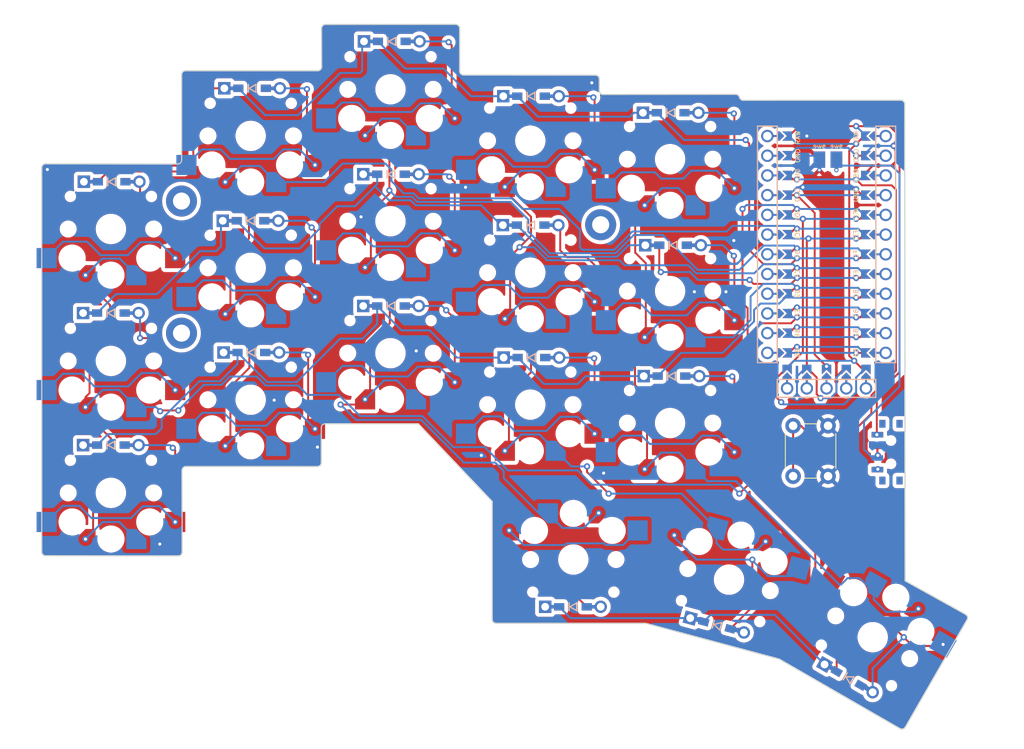
<source format=kicad_pcb>
(kicad_pcb (version 20240108) (generator "pcbnew") (generator_version "8.0")
  (title_block (title "temper") (date "2023-07-14") (rev "1.0") (company "raeedcho"))
  (layers (0 "F.Cu" signal) (31 "B.Cu" signal) (34 "B.Paste" user) (35 "F.Paste" user) (36 "B.SilkS" user "B.Silkscreen") (37 "F.SilkS" user "F.Silkscreen") (38 "B.Mask" user) (39 "F.Mask" user) (44 "Edge.Cuts" user))
  (net 0 "")
  (net 1 "row0")
  (net 2 "row1")
  (net 3 "row2")
  (net 4 "row3")
  (net 5 "GND")
  (net 6 "VCC")
  (net 7 "col0")
  (net 8 "col1")
  (net 9 "col2")
  (net 10 "col3")
  (net 11 "col4")
  (net 12 "Net-(BT1-+)")
  (net 13 "Net-(D1-A)")
  (net 14 "reset")
  (net 15 "Net-(D2-A)")
  (net 16 "Net-(D3-A)")
  (net 17 "Net-(D4-A)")
  (net 18 "Net-(D5-A)")
  (net 19 "Net-(D6-A)")
  (net 20 "Net-(D7-A)")
  (net 21 "Net-(D8-A)")
  (net 22 "Net-(D9-A)")
  (net 23 "Net-(D10-A)")
  (net 24 "Net-(D11-A)")
  (net 25 "Net-(D12-A)")
  (net 26 "Net-(D13-A)")
  (net 27 "Net-(D14-A)")
  (net 28 "Net-(D15-A)")
  (net 29 "Net-(D16-A)")
  (net 30 "Net-(D17-A)")
  (net 31 "Net-(D18-A)")
  (net 32 "MOSI")
  (net 33 "SCK")
  (net 34 "unconnected-(PWR_SW1-A-Pad1)")
  (net 35 "vbat")
  (net 36 "CS")
  (net 37 "unconnected-(U1-D14{slash}P1.11-Pad15)")
  (net 38 "unconnected-(U1-D0{slash}P0.08-Pad2)")
  (net 39 "unconnected-(U1-D9{slash}P1.06-Pad12)_1")
  (net 40 "unconnected-(U1-D16{slash}P0.10-Pad14)_1")
  (net 41 "unconnected-(U1-D8{slash}P1.04-Pad11)_1")
  (net 42 "unconnected-(U1-D10{slash}P0.09-Pad13)_1")
  (footprint "dumta:D_SMD_TH" (layer "F.Cu") (at 86.0044 64.3128)
    (property "Reference" "D1" (hide yes))
    (property "Value" "D" (hide yes))
  )
  (footprint "dumta:D_SMD_TH" (layer "F.Cu") (at 104.0892 52.2732)
    (property "Reference" "D2" (hide yes))
    (property "Value" "D" (hide yes))
  )
  (footprint "dumta:D_SMD_TH" (layer "F.Cu") (at 122.0724 46.228)
    (property "Reference" "D3" (hide yes))
    (property "Value" "D" (hide yes))
  )
  (footprint "dumta:D_SMD_TH" (layer "F.Cu") (at 140.0048 53.2892)
    (property "Reference" "D4" (hide yes))
    (property "Value" "D" (hide yes))
  )
  (footprint "dumta:D_SMD_TH" (layer "F.Cu") (at 157.988 55.4228)
    (property "Reference" "D5" (hide yes))
    (property "Value" "D" (hide yes))
  )
  (footprint "dumta:D_SMD_TH" (layer "F.Cu") (at 85.9028 81.2292)
    (property "Reference" "D6" (hide yes))
    (property "Value" "D" (hide yes))
  )
  (footprint "dumta:D_SMD_TH" (layer "F.Cu") (at 103.886 69.342)
    (property "Reference" "D7" (hide yes))
    (property "Value" "D" (hide yes))
  )
  (footprint "dumta:D_SMD_TH" (layer "F.Cu") (at 121.9708 63.3476)
    (property "Reference" "D8" (hide yes))
    (property "Value" "D" (hide yes))
  )
  (footprint "dumta:D_SMD_TH" (layer "F.Cu") (at 139.954 69.9008)
    (property "Reference" "D9" (hide yes))
    (property "Value" "D" (hide yes))
  )
  (footprint "dumta:D_SMD_TH" (layer "F.Cu") (at 158.2928 72.4916)
    (property "Reference" "D10" (hide yes))
    (property "Value" "D" (hide yes))
  )
  (footprint "dumta:D_SMD_TH" (layer "F.Cu") (at 85.9028 98.2472)
    (property "Reference" "D11" (hide yes))
    (property "Value" "D" (hide yes))
  )
  (footprint "dumta:D_SMD_TH" (layer "F.Cu") (at 103.9876 86.3092)
    (property "Reference" "D12" (hide yes))
    (property "Value" "D" (hide yes))
  )
  (footprint "dumta:D_SMD_TH" (layer "F.Cu") (at 121.9708 80.3148)
    (property "Reference" "D13" (hide yes))
    (property "Value" "D" (hide yes))
  )
  (footprint "dumta:D_SMD_TH" (layer "F.Cu") (at 140.0556 86.9696)
    (property "Reference" "D14" (hide yes))
    (property "Value" "D" (hide yes))
  )
  (footprint "dumta:D_SMD_TH" (layer "F.Cu") (at 158.0896 89.3572)
    (property "Reference" "D15" (hide yes))
    (property "Value" "D" (hide yes))
  )
  (footprint "dumta:D_SMD_TH" (layer "F.Cu") (at 145.3996 119.0752)
    (property "Reference" "D16" (hide yes))
    (property "Value" "D" (hide yes))
  )
  (footprint "dumta:D_SMD_TH" (layer "F.Cu") (at 163.954282 121.460596 -15)
    (property "Reference" "D17" (hide yes))
    (property "Value" "D" (hide yes))
  )
  (footprint "dumta:D_SMD_TH" (layer "F.Cu") (at 180.894565 128.298166 -30)
    (property "Reference" "D18" (hide yes))
    (property "Value" "D" (hide yes))
  )
  (footprint "dumta:Kailh_socket_PG1350_reversible" (layer "F.Cu") (at 85.91 70.4)
    (property "Reference" "SW1" (hide yes))
    (property "Value" "SW_PUSH" (hide yes))
  )
  (footprint "dumta:Kailh_socket_PG1350_reversible" (layer "F.Cu") (at 103.91 58.4)
    (property "Reference" "SW2" (hide yes))
    (property "Value" "SW_PUSH" (hide yes))
  )
  (footprint "dumta:Kailh_socket_PG1350_reversible" (layer "F.Cu") (at 121.91 52.4)
    (property "Reference" "SW3" (hide yes))
    (property "Value" "SW_PUSH" (hide yes))
  )
  (footprint "dumta:Kailh_socket_PG1350_reversible" (layer "F.Cu") (at 139.91 59.02)
    (property "Reference" "SW4" (hide yes))
    (property "Value" "SW_PUSH" (hide yes))
  )
  (footprint "dumta:Kailh_socket_PG1350_reversible" (layer "F.Cu") (at 157.91 61.4)
    (property "Reference" "SW5" (hide yes))
    (property "Value" "SW_PUSH" (hide yes))
  )
  (footprint "dumta:Kailh_socket_PG1350_reversible" (layer "F.Cu") (at 85.91 87.4)
    (property "Reference" "SW6" (hide yes))
    (property "Value" "SW_PUSH" (hide yes))
  )
  (footprint "dumta:Kailh_socket_PG1350_reversible" (layer "F.Cu") (at 103.91 75.4)
    (property "Reference" "SW7" (hide yes))
    (property "Value" "SW_PUSH" (hide yes))
  )
  (footprint "dumta:Kailh_socket_PG1350_reversible" (layer "F.Cu") (at 121.91 69.4)
    (property "Reference" "SW8" (hide yes))
    (property "Value" "SW_PUSH" (hide yes))
  )
  (footprint "dumta:Kailh_socket_PG1350_reversible" (layer "F.Cu") (at 139.91 76.02)
    (property "Reference" "SW9" (hide yes))
    (property "Value" "SW_PUSH" (hide yes))
  )
  (footprint "dumta:Kailh_socket_PG1350_reversible" (layer "F.Cu") (at 157.91 78.4)
    (property "Reference" "SW10" (hide yes))
    (property "Value" "SW_PUSH" (hide yes))
  )
  (footprint "dumta:Kailh_socket_PG1350_reversible" (layer "F.Cu") (at 85.91 104.4)
    (property "Reference" "SW11" (hide yes))
    (property "Value" "SW_PUSH" (hide yes))
  )
  (footprint "dumta:Kailh_socket_PG1350_reversible" (layer "F.Cu") (at 103.91 92.4)
    (property "Reference" "SW12" (hide yes))
    (property "Value" "SW_PUSH" (hide yes))
  )
  (footprint "dumta:Kailh_socket_PG1350_reversible" (layer "F.Cu") (at 121.91 86.4)
    (property "Reference" "SW13" (hide yes))
    (property "Value" "SW_PUSH" (hide yes))
  )
  (footprint "dumta:Kailh_socket_PG1350_reversible" (layer "F.Cu") (at 139.91 93.025)
    (property "Reference" "SW14" (hide yes))
    (property "Value" "SW_PUSH" (hide yes))
  )
  (footprint "dumta:Kailh_socket_PG1350_reversible" (layer "F.Cu") (at 157.91 95.4)
    (property "Reference" "SW15" (hide yes))
    (property "Value" "SW_PUSH" (hide yes))
  )
  (footprint "dumta:Kailh_socket_PG1350_reversible" (layer "F.Cu") (at 145.45 112.99 180)
    (property "Reference" "SW16" (hide yes))
    (property "Value" "SW_PUSH" (hide yes))
  )
  (footprint "dumta:Kailh_socket_PG1350_reversible" (layer "F.Cu") (at 165.5 115.58 165)
    (property "Reference" "SW17" (hide yes))
    (property "Value" "SW_PUSH" (hide yes))
  )
  (footprint "dumta:Kailh_socket_PG1350_reversible" (layer "F.Cu") (at 184 123 150)
    (property "Reference" "SW18" (hide yes))
    (property "Value" "SW_PUSH" (hide yes))
  )
  (footprint "kbd:LEGO_HOLE" (layer "F.Cu") (at 95 66.802)
    (property "Reference" "h6" (hide yes))
    (property "Value" "h6" (hide yes))
  )
  (footprint "kbd:LEGO_HOLE" (layer "F.Cu") (at 148.971 69.85)
    (property "Reference" "h7" (hide yes))
    (property "Value" "h7" (hide yes))
  )
  (footprint "kbd:LEGO_HOLE" (layer "F.Cu") (at 95 83.82)
    (property "Reference" "h5" (hide yes))
    (property "Value" "h5" (hide yes))
  )
  (footprint "dumta:power_switch_padreverse" (layer "F.Cu") (at 186.352 99.154 90)
    (property "Reference" "PWR_SW1" (hide yes))
    (property "Value" "SW_SPDT" (hide yes))
  )
  (footprint "dumta:ProMicro_jumpers" (layer "F.Cu") (at 178.054 72.39)
    (property "Reference" "U1" (hide yes))
    (property "Value" "nice_nano" (hide yes))
  )
  (footprint "skulllogo:skull" (layer "F.Cu") (at 179.979176 108.277285)
    (property "Reference" "G***" (hide yes))
    (property "Value" "LOGO" (hide yes))
  )
  (footprint "Button_Switch_THT:SW_PUSH_6mm" (layer "F.Cu") (at 173.75 102.25 90)
    (property "Reference" "RSW1" (hide yes))
    (property "Value" "SW_PUSH" (hide yes))
  )
  (footprint "skulllogo:skull" (layer "F.Cu") (at 179.979176 108.277285)
    (property "Reference" "G***" (hide yes))
    (property "Value" "LOGO" (hide yes))
  )
  (footprint "dumta:nice_view_jumpers" (layer "F.Cu") (at 178.054 90.932)
    (property "Reference" "J2" (hide yes))
    (property "Value" "nice_view" (hide yes))
  )
  (footprint "dumta:Battery_pads_reversible" (layer "F.Cu") (at 178.224 61.468 180)
    (property "Reference" "BT1" (hide yes))
    (property "Value" "Battery_Cell" (hide yes))
  )
  (gr_line (start 187.62 53.805) (end 167.3304 53.81502) (stroke (width 0.15)) (layer "Edge.Cuts"))
  (gr_arc (start 166.360498 53.055) (mid 166.676735 53.167707) (end 166.850402 53.45502) (stroke (width 0.15)) (layer "Edge.Cuts"))
  (gr_arc (start 167.3304 53.81502) (mid 167.030396 53.715022) (end 166.850387 53.455025) (stroke (width 0.15)) (layer "Edge.Cuts"))
  (gr_line (start 166.360498 53.055) (end 149.2932 53.06902) (stroke (width 0.15)) (layer "Edge.Cuts"))
  (gr_arc (start 95.015447 61.520847) (mid 94.869 61.8744) (end 94.515447 62.020847) (stroke (width 0.15)) (layer "Edge.Cuts"))
  (gr_arc (start 95.01712 50.50682) (mid 95.163567 50.153267) (end 95.51712 50.00682) (stroke (width 0.15)) (layer "Edge.Cuts"))
  (gr_line (start 130.31 44.0362) (end 113.53 44.049553) (stroke (width 0.15)) (layer "Edge.Cuts"))
  (gr_line (start 130.81 50.0534) (end 130.81 44.5362) (stroke (width 0.15)) (layer "Edge.Cuts"))
  (gr_line (start 148.2932 50.56902) (end 131.31 50.5534) (stroke (width 0.15)) (layer "Edge.Cuts"))
  (gr_line (start 148.7932 52.56902) (end 148.7932 51.06902) (stroke (width 0.15)) (layer "Edge.Cuts"))
  (gr_line (start 95.01712 50.50682) (end 95.015447 61.520847) (stroke (width 0.15)) (layer "Edge.Cuts"))
  (gr_line (start 112.54712 50.00682) (end 95.51712 50.00682) (stroke (width 0.15)) (layer "Edge.Cuts"))
  (gr_line (start 113.03 44.549553) (end 113.04712 49.50682) (stroke (width 0.15)) (layer "Edge.Cuts"))
  (gr_arc (start 113.04712 49.50682) (mid 112.900673 49.860373) (end 112.54712 50.00682) (stroke (width 0.15)) (layer "Edge.Cuts"))
  (gr_arc (start 113.03 44.549553) (mid 113.176447 44.196) (end 113.53 44.049553) (stroke (width 0.15)) (layer "Edge.Cuts"))
  (gr_arc (start 130.31 44.0362) (mid 130.663553 44.182647) (end 130.81 44.5362) (stroke (width 0.15)) (layer "Edge.Cuts"))
  (gr_arc (start 131.31 50.5534) (mid 130.956447 50.406953) (end 130.81 50.0534) (stroke (width 0.15)) (layer "Edge.Cuts"))
  (gr_arc (start 148.2932 50.56902) (mid 148.646753 50.715467) (end 148.7932 51.06902) (stroke (width 0.15)) (layer "Edge.Cuts"))
  (gr_arc (start 149.2932 53.06902) (mid 148.939647 52.922573) (end 148.7932 52.56902) (stroke (width 0.15)) (layer "Edge.Cuts"))
  (gr_arc (start 187.62 53.805) (mid 187.973553 53.951447) (end 188.12 54.305) (stroke (width 0.15)) (layer "Edge.Cuts"))
  (gr_line (start 113.5 95.5) (end 125.5 95.5) (stroke (width 0.15)) (layer "Edge.Cuts"))
  (gr_arc (start 188.198158 134.573231) (mid 187.902872 134.81664) (end 187.521958 134.779952) (stroke (width 0.15)) (layer "Edge.Cuts"))
  (gr_arc (start 77 62.5) (mid 77.146447 62.146447) (end 77.5 62) (stroke (width 0.15)) (layer "Edge.Cuts"))
  (gr_line (start 188.198159 134.573231) (end 196.150005 120.73055) (stroke (width 0.15)) (layer "Edge.Cuts"))
  (gr_line (start 95.087988 112.019697) (end 95.070707 101.498783) (stroke (width 0.15)) (layer "Edge.Cuts"))
  (gr_line (start 135.5 121.2025) (end 154.777552 121.205544) (stroke (width 0.15)) (layer "Edge.Cuts"))
  (gr_line (start 188.177277 115.734588) (end 195.955097 120.050834) (stroke (width 0.15)) (layer "Edge.Cuts"))
  (gr_line (start 188.12 54.305) (end 188.177277 115.734588) (stroke (width 0.15)) (layer "Edge.Cuts"))
  (gr_line (start 125.5 95.5) (end 135 105.5) (stroke (width 0.15)) (layer "Edge.Cuts"))
  (gr_line (start 77.5 112.5) (end 94.587988 112.519697) (stroke (width 0.15)) (layer "Edge.Cuts"))
  (gr_arc (start 77.5 112.5) (mid 77.146447 112.353553) (end 77 112) (stroke (width 0.15)) (layer "Edge.Cuts"))
  (gr_arc (start 95.087988 112.019697) (mid 94.941541 112.37325) (end 94.587988 112.519697) (stroke (width 0.15)) (layer "Edge.Cuts"))
  (gr_line (start 154.777552 121.205544) (end 171.969579 125.813388) (stroke (width 0.15)) (layer "Edge.Cuts"))
  (gr_arc (start 135.5 121.2025) (mid 135.146455 121.056062) (end 135 120.702524) (stroke (width 0.15)) (layer "Edge.Cuts"))
  (gr_arc (start 113.001445 100.505426) (mid 112.854998 100.858979) (end 112.501445 101.005426) (stroke (width 0.15)) (layer "Edge.Cuts"))
  (gr_line (start 171.969579 125.813388) (end 187.521947 134.779973) (stroke (width 0.15)) (layer "Edge.Cuts"))
  (gr_line (start 135 105.5) (end 135 120.702524) (stroke (width 0.15)) (layer "Edge.Cuts"))
  (gr_line (start 113 100.5) (end 113 96) (stroke (width 0.15)) (layer "Edge.Cuts"))
  (gr_arc (start 95.070707 101.498783) (mid 95.217154 101.14523) (end 95.570707 100.998783) (stroke (width 0.15)) (layer "Edge.Cuts"))
  (gr_arc (start 113.000002 96) (mid 113.146362 95.645955) (end 113.499996 95.498604) (stroke (width 0.15)) (layer "Edge.Cuts"))
  (gr_line (start 77 62.5) (end 77 112) (stroke (width 0.15)) (layer "Edge.Cuts"))
  (gr_line (start 94.515447 62.020847) (end 77.5 62) (stroke (width 0.15)) (layer "Edge.Cuts"))
  (gr_arc (start 195.955097 120.050834) (mid 196.193328 120.350326) (end 196.150005 120.73055) (stroke (width 0.15)) (layer "Edge.Cuts"))
  (gr_line (start 95.570707 100.998783) (end 112.5 101) (stroke (width 0.15)) (layer "Edge.Cuts"))
  (segment (start 96.52 53.6448) (end 97.8916 52.2732) (width 0.25) (layer "F.Cu") (net 1))
  (segment (start 118.2624 46.228) (end 120.2974 46.228) (width 0.25) (layer "F.Cu") (net 1))
  (segment (start 154.178 55.4228) (end 156.213 55.4228) (width 0.25) (layer "F.Cu") (net 1))
  (segment (start 138.2298 53.2892) (end 136.1948 53.2892) (width 0.25) (layer "F.Cu") (net 1))
  (segment (start 85.5502 62.992) (end 84.2294 64.3128) (width 0.25) (layer "F.Cu") (net 1))
  (segment (start 168.0972 73.1012) (end 169.926 74.93) (width 0.25) (layer "F.Cu") (net 1))
  (segment (start 168.0972 59.3852) (end 168.0972 73.1012) (width 0.25) (layer "F.Cu") (net 1))
  (segment (start 169.926 74.93) (end 173.482 74.93) (width 0.25) (layer "F.Cu") (net 1))
  (segment (start 102.3142 52.2732) (end 100.2792 52.2732) (width 0.25) (layer "F.Cu") (net 1))
  (segment (start 96.52 53.6448) (end 96.52 61.849) (width 0.25) (layer "F.Cu") (net 1))
  (segment (start 95.377 62.992) (end 85.5502 62.992) (width 0.25) (layer "F.Cu") (net 1))
  (segment (start 97.8916 52.2732) (end 100.2792 52.2732) (width 0.25) (layer "F.Cu") (net 1))
  (segment (start 173.482 74.93) (end 174.244 74.168) (width 0.25) (layer "F.Cu") (net 1))
  (segment (start 182.372 74.168) (end 182.88 73.66) (width 0.25) (layer "F.Cu") (net 1))
  (segment (start 181.864 74.168) (end 182.372 74.168) (width 0.25) (layer "F.Cu") (net 1))
  (segment (start 96.52 61.849) (end 95.377 62.992) (width 0.25) (layer "F.Cu") (net 1))
  (segment (start 84.2294 64.3128) (end 82.1944 64.3128) (width 0.25) (layer "F.Cu") (net 1))
  (segment (start 167.64 58.928) (end 168.0972 59.3852) (width 0.25) (layer "F.Cu") (net 1))
  (via (at 167.64 58.928) (size 0.8) (drill 0.4) (layers "F.Cu" "B.Cu") (net 1))
  (via (at 174.244 74.168) (size 0.8) (drill 0.4) (layers "F.Cu" "B.Cu") (net 1))
  (via (at 181.864 74.168) (size 0.8) (drill 0.4) (layers "F.Cu" "B.Cu") (net 1))
  (segment (start 102.3142 52.2732) (end 100.2792 52.2732) (width 0.25) (layer "B.Cu") (net 1))
  (segment (start 123.8026 49.7332) (end 120.2974 46.228) (width 0.25) (layer "B.Cu") (net 1))
  (segment (start 110.0074 55.7276) (end 105.7686 55.7276) (width 0.25) (layer "B.Cu") (net 1))
  (segment (start 105.7686 55.7276) (end 102.3142 52.2732) (width 0.25) (layer "B.Cu") (net 1))
  (segment (start 140.8714 55.9308) (end 138.2298 53.2892) (width 0.25) (layer "B.Cu") (net 1))
  (segment (start 128.7272 49.7332) (end 123.8026 49.7332) (width 0.25) (layer "B.Cu") (net 1))
  (segment (start 156.213 55.4228) (end 153.2295 55.4228) (width 0.25) (layer "B.Cu") (net 1))
  (segment (start 120.2974 46.228) (end 118.2624 46.228) (width 0.25) (layer "B.Cu") (net 1))
  (segment (start 138.2298 53.2892) (end 132.2832 53.2892) (width 0.25) (layer "B.Cu") (net 1))
  (segment (start 159.7182 58.928) (end 156.213 55.4228) (width 0.25) (layer "B.Cu") (net 1))
  (segment (start 84.2294 64.3128) (end 82.1944 64.3128) (width 0.25) (layer "B.Cu") (net 1))
  (segment (start 118.2624 50.0126) (end 117.983 50.292) (width 0.25) (layer "B.Cu") (net 1))
  (segment (start 167.64 58.928) (end 159.7182 58.928) (width 0.25) (layer "B.Cu") (net 1))
  (segment (start 118.2624 46.228) (end 118.2624 50.0126) (width 0.25) (layer "B.Cu") (net 1))
  (segment (start 153.2295 55.4228) (end 152.7215 55.9308) (width 0.25) (layer "B.Cu") (net 1))
  (segment (start 174.244 74.168) (end 173.736 74.168) (width 0.25) (layer "B.Cu") (net 1))
  (segment (start 115.443 50.292) (end 110.0074 55.7276) (width 0.25) (layer "B.Cu") (net 1))
  (segment (start 181.864 74.168) (end 174.244 74.168) (width 0.25) (layer "B.Cu") (net 1))
  (segment (start 132.2832 53.2892) (end 128.7272 49.7332) (width 0.25) (layer "B.Cu") (net 1))
  (segment (start 152.7215 55.9308) (end 140.8714 55.9308) (width 0.25) (layer "B.Cu") (net 1))
  (segment (start 173.736 74.168) (end 173.228 73.66) (width 0.25) (layer "B.Cu") (net 1))
  (segment (start 117.983 50.292) (end 115.443 50.292) (width 0.25) (layer "B.Cu") (net 1))
  (segment (start 138.179 69.9008) (end 136.144 69.9008) (width 0.25) (layer "F.Cu") (net 2))
  (segment (start 168.148 76.962) (end 168.656 77.47) (width 0.25) (layer "F.Cu") (net 2))
  (segment (start 102.111 69.342) (end 100.076 69.342) (width 0.25) (layer "F.Cu") (net 2))
  (segment (start 120.1958 63.3476) (end 118.1608 63.3476) (width 0.25) (layer "F.Cu") (net 2))
  (segment (start 181.864 76.708) (end 182.372 76.708) (width 0.25) (layer "F.Cu") (net 2))
  (segment (start 182.372 76.708) (end 182.88 76.2) (width 0.25) (layer "F.Cu") (net 2))
  (segment (start 173.482 77.47) (end 174.244 76.708) (width 0.25) (layer "F.Cu") (net 2))
  (segment (start 168.656 77.47) (end 173.482 77.47) (width 0.25) (layer "F.Cu") (net 2))
  (segment (start 84.1278 81.2292) (end 82.0928 81.2292) (width 0.25) (layer "F.Cu") (net 2))
  (segment (start 156.5178 75.7458) (end 156.718 75.946) (width 0.25) (layer "F.Cu") (net 2))
  (segment (start 156.5178 72.4916) (end 154.4828 72.4916) (width 0.25) (layer "F.Cu") (net 2))
  (segment (start 156.5178 72.4916) (end 156.5178 75.7458) (width 0.25) (layer "F.Cu") (net 2))
  (via (at 156.718 75.946) (size 0.8) (drill 0.4) (layers "F.Cu" "B.Cu") (net 2))
  (via (at 174.244 76.708) (size 0.8) (drill 0.4) (layers "F.Cu" "B.Cu") (net 2))
  (via (at 181.864 76.708) (size 0.8) (drill 0.4) (layers "F.Cu" "B.Cu") (net 2))
  (via (at 168.148 76.962) (size 0.8) (drill 0.4) (layers "F.Cu" "B.Cu") (net 2))
  (segment (start 138.179 69.9008) (end 136.144 69.9008) (width 0.25) (layer "B.Cu") (net 2))
  (segment (start 115.062 67.4624) (end 112.776 69.7484) (width 0.25) (layer "B.Cu") (net 2))
  (segment (start 174.244 76.708) (end 173.736 76.708) (width 0.25) (layer "B.Cu") (net 2))
  (segment (start 120.1958 63.3476) (end 120.1958 64.6146) (width 0.25) (layer "B.Cu") (net 2))
  (segment (start 181.864 76.708) (end 174.244 76.708) (width 0.25) (layer "B.Cu") (net 2))
  (segment (start 86.5662 78.7908) (end 91.8464 78.7908) (width 0.25) (layer "B.Cu") (net 2))
  (segment (start 100.076 72.644) (end 100.076 69.342) (width 0.25) (layer "B.Cu") (net 2))
  (segment (start 156.718 75.946) (end 160.47343 75.946) (width 0.25) (layer "B.Cu") (net 2))
  (segment (start 102.111 69.342) (end 100.076 69.342) (width 0.25) (layer "B.Cu") (net 2))
  (segment (start 121.7168 66.7004) (end 119.9134 64.897) (width 0.25) (layer "B.Cu") (net 2))
  (segment (start 97.3836 73.2536) (end 99.4664 73.2536) (width 0.25) (layer "B.Cu") (net 2))
  (segment (start 112.776 69.7484) (end 112.776 70.358) (width 0.25) (layer "B.Cu") (net 2))
  (segment (start 154.4828 72.4916) (end 152.5524 72.4916) (width 0.25) (layer "B.Cu") (net 2))
  (segment (start 110.236 72.898) (end 105.667 72.898) (width 0.25) (layer "B.Cu") (net 2))
  (segment (start 133.59632 67.35312) (end 125.16352 67.35312) (width 0.25) (layer "B.Cu") (net 2))
  (segment (start 84.1278 81.2292) (end 86.5662 78.7908) (width 0.25) (layer "B.Cu") (net 2))
  (segment (start 161.48943 76.962) (end 168.148 76.962) (width 0.25) (layer "B.Cu") (net 2))
  (segment (start 136.144 69.9008) (end 133.59632 67.35312) (width 0.25) (layer "B.Cu") (net 2))
  (segment (start 119.9134 64.897) (end 117.348 67.4624) (width 0.25) (layer "B.Cu") (net 2))
  (segment (start 151.07152 73.97248) (end 142.25068 73.97248) (width 0.25) (layer "B.Cu") (net 2))
  (segment (start 112.776 70.358) (end 110.236 72.898) (width 0.25) (layer "B.Cu") (net 2))
  (segment (start 120.1958 64.6146) (end 119.9134 64.897) (width 0.25) (layer "B.Cu") (net 2))
  (segment (start 105.667 72.898) (end 102.111 69.342) (width 0.25) (layer "B.Cu") (net 2))
  (segment (start 99.4664 73.2536) (end 100.076 72.644) (width 0.25) (layer "B.Cu") (net 2))
  (segment (start 91.8464 78.7908) (end 97.3836 73.2536) (width 0.25) (layer "B.Cu") (net 2))
  (segment (start 156.5178 72.4916) (end 154.4828 72.4916) (width 0.25) (layer "B.Cu") (net 2))
  (segment (start 125.16352 67.35312) (end 124.5108 66.7004) (width 0.25) (layer "B.Cu") (net 2))
  (segment (start 142.25068 73.97248) (end 138.179 69.9008) (width 0.25) (layer "B.Cu") (net 2))
  (segment (start 160.47343 75.946) (end 161.48943 76.962) (width 0.25) (layer "B.Cu") (net 2))
  (segment (start 120.1958 63.3476) (end 118.1608 63.3476) (width 0.25) (layer "B.Cu") (net 2))
  (segment (start 124.5108 66.7004) (end 121.7168 66.7004) (width 0.25) (layer "B.Cu") (net 2))
  (segment (start 152.5524 72.4916) (end 151.07152 73.97248) (width 0.25) (layer "B.Cu") (net 2))
  (segment (start 84.1278 81.2292) (end 82.0928 81.2292) (width 0.25) (layer "B.Cu") (net 2))
  (segment (start 117.348 67.4624) (end 115.062 67.4624) (width 0.25) (layer "B.Cu") (net 2))
  (segment (start 173.736 76.708) (end 173.228 76.2) (width 0.25) (layer "B.Cu") (net 2))
  (segment (start 156.3146 89.3572) (end 154.2796 89.3572) (width 0.25) (layer "F.Cu") (net 3))
  (segment (start 84.1278 98.2472) (end 82.0928 98.2472) (width 0.25) (layer "F.Cu") (net 3))
  (segment (start 138.2806 86.9696) (end 136.2456 86.9696) (width 0.25) (layer "F.Cu") (net 3))
  (segment (start 181.864 79.248) (end 182.372 79.248) (width 0.25) (layer "F.Cu") (net 3))
  (segment (start 120.1958 80.3148) (end 118.1608 80.3148) (width 0.25) (layer "F.Cu") (net 3))
  (segment (start 182.372 79.248) (end 182.88 78.74) (width 0.25) (layer "F.Cu") (net 3))
  (segment (start 102.2126 86.3092) (end 100.1776 86.3092) (width 0.25) (layer "F.Cu") (net 3))
  (via (at 181.864 79.248) (size 0.8) (drill 0.4) (layers "F.Cu" "B.Cu") (net 3))
  (segment (start 181.864 79.248) (end 174.244 79.248) (width 0.25) (layer "B.Cu") (net 3))
  (segment (start 138.2806 86.9696) (end 136.2456 86.9696) (width 0.25) (layer "B.Cu") (net 3))
  (segment (start 130.4544 86.9696) (end 126.9492 83.4644) (width 0.25) (layer "B.Cu") (net 3))
  (segment (start 156.3146 89.3572) (end 159.3118 86.36) (width 0.25) (layer "B.Cu") (net 3))
  (segment (start 173.736 79.248) (end 173.228 78.74) (width 0.25) (layer "B.Cu") (net 3))
  (segment (start 168.725 80.83) (end 169.545 80.01) (width 0.25) (layer "B.Cu") (net 3))
  (segment (start 123.3454 83.4644) (end 120.1958 80.3148) (width 0.25) (layer "B.Cu") (net 3))
  (segment (start 97.3074 90.0176) (end 92.456 94.869) (width 0.25) (layer "B.Cu") (net 3))
  (segment (start 174.244 79.248) (end 173.736 79.248) (width 0.25) (layer "B.Cu") (net 3))
  (segment (start 145.9992 90.3732) (end 141.6842 90.3732) (width 0.25) (layer "B.Cu") (net 3))
  (segment (start 92.456 96.0628) (end 91.694 96.8248) (width 0.25) (layer "B.Cu") (net 3))
  (segment (start 109.8296 90.1192) (end 106.0226 90.1192) (width 0.25) (layer "B.Cu") (net 3))
  (segment (start 102.2126 87.7794) (end 99.9744 90.0176) (width 0.25) (layer "B.Cu") (net 3))
  (segment (start 99.9744 90.0176) (end 97.3074 90.0176) (width 0.25) (layer "B.Cu") (net 3))
  (segment (start 102.2126 86.3092) (end 102.2126 87.7794) (width 0.25) (layer "B.Cu") (net 3))
  (segment (start 120.1958 80.3148) (end 118.1608 80.3148) (width 0.25) (layer "B.Cu") (net 3))
  (segment (start 141.6842 90.3732) (end 138.2806 86.9696) (width 0.25) (layer "B.Cu") (net 3))
  (segment (start 85.5502 96.8248) (end 84.1278 98.2472) (width 0.25) (layer "B.Cu") (net 3))
  (segment (start 120.1958 82.6486) (end 118.3132 84.5312) (width 0.25) (layer "B.Cu") (net 3))
  (segment (start 169.545 80.01) (end 171.958 80.01) (width 0.25) (layer "B.Cu") (net 3))
  (segment (start 84.1278 98.2472) (end 82.0928 98.2472) (width 0.25) (layer "B.Cu") (net 3))
  (segment (start 91.694 96.8248) (end 85.5502 96.8248) (width 0.25) (layer "B.Cu") (net 3))
  (segment (start 168.725 82.304596) (end 168.725 80.83) (width 0.25) (layer "B.Cu") (net 3))
  (segment (start 115.4176 84.5312) (end 109.8296 90.1192) (width 0.25) (layer "B.Cu") (net 3))
  (segment (start 164.669596 86.36) (end 168.725 82.304596) (width 0.25) (layer "B.Cu") (net 3))
  (segment (start 118.3132 84.5312) (end 115.4176 84.5312) (width 0.25) (layer "B.Cu") (net 3))
  (segment (start 156.3146 89.3572) (end 154.2796 89.3572) (width 0.25) (layer "B.Cu") (net 3))
  (segment (start 136.2456 86.9696) (end 130.4544 86.9696) (width 0.25) (layer "B.Cu") (net 3))
  (segment (start 120.1958 80.3148) (end 120.1958 82.6486) (width 0.25) (layer "B.Cu") (net 3))
  (segment (start 92.456 94.869) (end 92.456 96.0628) (width 0.25) (layer "B.Cu") (net 3))
  (segment (start 147.0152 89.3572) (end 145.9992 90.3732) (width 0.25) (layer "B.Cu") (net 3))
  (segment (start 154.2796 89.3572) (end 147.0152 89.3572) (width 0.25) (layer "B.Cu") (net 3))
  (segment (start 102.2126 86.3092) (end 100.1776 86.3092) (width 0.25) (layer "B.Cu") (net 3))
  (segment (start 126.9492 83.4644) (end 123.3454 83.4644) (width 0.25) (layer "B.Cu") (net 3))
  (segment (start 106.0226 90.1192) (end 102.2126 86.3092) (width 0.25) (layer "B.Cu") (net 3))
  (segment (start 159.3118 86.36) (end 164.669596 86.36) (width 0.25) (layer "B.Cu") (net 3))
  (segment (start 171.958 80.01) (end 173.228 78.74) (width 0.25) (layer "B.Cu") (net 3))
  (segment (start 174.244 81.788) (end 173.482 82.55) (width 0.25) (layer "F.Cu") (net 4))
  (segment (start 173.482 82.55) (end 169.672 82.55) (width 0.25) (layer "F.Cu") (net 4))
  (segment (start 177.797658 126.510166) (end 178.45687 126.510166) (width 0.25) (layer "F.Cu") (net 4))
  (segment (start 176.607807 122.024977) (end 179.35737 124.77454) (width 0.25) (layer "F.Cu") (net 4))
  (segment (start 182.88 81.28) (end 182.372 81.788) (width 0.25) (layer "F.Cu") (net 4))
  (segment (start 160.500131 120.535059) (end 161.773631 120.535059) (width 0.25) (layer "F.Cu") (net 4))
  (segment (start 179.35737 124.77454) (end 179.35737 127.410666) (width 0.25) (layer "F.Cu") (net 4))
  (segment (start 168.91 104.41) (end 176.607807 112.107807) (width 0.25) (layer "F.Cu") (net 4))
  (segment (start 169.672 82.55) (end 168.91 83.312) (width 0.25) (layer "F.Cu") (net 4))
  (segment (start 178.45687 126.510166) (end 179.35737 127.410666) (width 0.25) (layer "F.Cu") (net 4))
  (segment (start 182.372 81.788) (end 181.864 81.788) (width 0.25) (layer "F.Cu") (net 4))
  (segment (start 176.607807 112.107807) (end 176.607807 122.024977) (width 0.25) (layer "F.Cu") (net 4))
  (segment (start 168.91 83.312) (end 168.91 104.41) (width 0.25) (layer "F.Cu") (net 4))
  (segment (start 161.773631 120.535059) (end 162.239764 121.001192) (width 0.25) (layer "F.Cu") (net 4))
  (segment (start 141.8236 119.0752) (end 143.6246 119.0752) (width 0.25) (layer "F.Cu") (net 4))
  (via (at 174.244 81.788) (size 0.8) (drill 0.4) (layers "F.Cu" "B.Cu") (net 4))
  (via (at 181.864 81.788) (size 0.8) (drill 0.4) (layers "F.Cu" "B.Cu") (net 4))
  (segment (start 161.773631 120.535059) (end 162.239764 121.001192) (width 0.25) (layer "B.Cu") (net 4))
  (segment (start 162.239764 121.001192) (end 163.123332 120.117624) (width 0.25) (layer "B.Cu") (net 4))
  (segment (start 160.500131 120.535059) (end 145.084459 120.535059) (width 0.25) (layer "B.Cu") (net 4))
  (segment (start 178.45687 126.510166) (end 179.35737 127.410666) (width 0.25) (layer "B.Cu") (net 4))
  (segment (start 173.228 81.28) (end 173.736 81.788) (width 0.25) (layer "B.Cu") (net 4))
  (segment (start 163.123332 120.117624) (end 171.405116 120.117624) (width 0.25) (layer "B.Cu") (net 4))
  (segment (start 177.797658 126.510166) (end 178.45687 126.510166) (width 0.25) (layer "B.Cu") (net 4))
  (segment (start 174.244 81.788) (end 181.864 81.788) (width 0.25) (layer "B.Cu") (net 4))
  (segment (start 171.405116 120.117624) (end 177.797658 126.510166) (width 0.25) (layer "B.Cu") (net 4))
  (segment (start 141.8236 119.0752) (end 143.6246 119.0752) (width 0.25) (layer "B.Cu") (net 4))
  (segment (start 173.736 81.788) (end 174.244 81.788) (width 0.25) (layer "B.Cu") (net 4))
  (segment (start 160.500131 120.535059) (end 161.773631 120.535059) (width 0.25) (layer "B.Cu") (net 4))
  (segment (start 145.084459 120.535059) (end 143.6246 119.0752) (width 0.25) (layer "B.Cu") (net 4))
  (segment (start 186.436 62.23) (end 186.944 61.722) (width 0.25) (layer "F.Cu") (net 5))
  (segment (start 186.944 59.944) (end 186.69 59.69) (width 0.25) (layer "F.Cu") (net 5))
  (segment (start 173.736 61.468) (end 174.244 61.468) (width 0.25) (layer "F.Cu") (net 5))
  (segment (start 182.753 63.5) (end 184.023 62.23) (width 0.25) (layer "F.Cu") (net 5))
  (segment (start 173.228 60.96) (end 173.736 61.468) (width 0.25) (layer "F.Cu") (net 5))
  (segment (start 179.324 89.402) (end 179.324 91.948) (width 0.25) (layer "F.Cu") (net 5))
  (segment (start 186.944 61.722) (end 186.944 59.944) (width 0.25) (layer "F.Cu") (net 5))
  (segment (start 182.753 66.04) (end 182.626 66.04) (width 0.25) (layer "F.Cu") (net 5))
  (segment (start 180.594 88.132) (end 179.324 89.402) (width 0.25) (layer "F.Cu") (net 5))
  (segment (start 184.023 62.23) (end 186.436 62.23) (width 0.25) (layer "F.Cu") (net 5))
  (segment (start 182.626 66.04) (end 181.864 65.278) (width 0.25) (layer "F.Cu") (net 5))
  (via (at 186.69 59.69) (size 0.8) (drill 0.4) (layers "F.Cu" "B.Cu") (net 5))
  (via (at 133.604 99.568) (size 0.8) (drill 0.4) (layers "F.Cu" "B.Cu") (net 5))
  (via (at 161.036 78.486) (size 0.8) (drill 0.4) (layers "F.Cu" "B.Cu") (net 5))
  (via (at 175.006 65.024) (size 0.8) (drill 0.4) (layers "F.Cu" "B.Cu") (net 5))
  (via (at 166.116 71.882) (size 0.8) (drill 0.4) (layers "F.Cu" "B.Cu") (net 5))
  (via (at 92.202 110.998) (size 0.8) (drill 0.4) (layers "F.Cu" "B.Cu") (net 5))
  (via (at 149.352 101.854) (size 0.8) (drill 0.4) (layers "F.Cu" "B.Cu") (net 5))
  (via (at 112.5 98.5) (size 0.8) (drill 0.4) (layers "F.Cu" "B.Cu") (net 5))
  (via (at 174.244 92.202) (size 0.8) (drill 0.4) (layers "F.Cu" "B.Cu") (net 5))
  (via (at 175.514 58.42) (size 0.8) (drill 0.4) (layers "F.Cu" "B.Cu") (net 5))
  (via (at 106.934 92.456) (size 0.8) (drill 0.4) (layers "F.Cu" "B.Cu") (net 5))
  (via (at 165.1 78.486) (size 0.8) (drill 0.4) (layers "F.Cu" "B.Cu") (net 5))
  (via (at 77.724 62.738) (size 0.8) (drill 0.4) (layers "F.Cu" "B.Cu") (net 5))
  (via (at 118.11 68.834) (size 0.8) (drill 0.4) (layers "F.Cu" "B.Cu") (net 5))
  (via (at 147.828 51.562) (size 0.8) (drill 0.4) (layers "F.Cu" "B.Cu") (net 5))
  (via (at 131.572 65.024) (size 0.8) (drill 0.4) (layers "F.Cu" "B.Cu") (net 5))
  (via (at 181.864 65.278) (size 0.8) (drill 0.4) (layers "F.Cu" "B.Cu") (net 5))
  (via (at 125.222 86.106) (size 0.8) (drill 0.4) (layers "F.Cu" "B.Cu") (net 5))
  (segment (start 176.616 60.96) (end 175.514 60.96) (width 0.25) (layer "B.Cu") (net 5))
  (segment (start 174.244 89.402) (end 174.244 92.202) (width 0.25) (layer "B.Cu") (net 5))
  (segment (start 184.023 59.69) (end 186.69 59.69) (width 0.25) (layer "B.Cu") (net 5))
  (segment (start 173.355 63.5) (end 174.117 62.738) (width 0.25) (layer "B.Cu") (net 5))
  (segment (start 173.355 66.04) (end 173.355 65.903695) (width 0.25) (layer "B.Cu") (net 5))
  (segment (start 173.355 65.903695) (end 174.234695 65.024) (width 0.25) (layer "B.Cu") (net 5))
  (segment (start 182.753 60.96) (end 184.023 59.69) (width 0.25) (layer "B.Cu") (net 5))
  (segment (start 174.117 62.738) (end 174.498 62.738) (width 0.25) (layer "B.Cu") (net 5))
  (segment (start 175.514 88.132) (end 174.244 89.402) (width 0.25) (layer "B.Cu") (net 5))
  (segment (start 174.234695 65.024) (end 175.006 65.024) (width 0.25) (layer "B.Cu") (net 5))
  (segment (start 176.53 86.5765) (end 176.53 68.326) (width 0.25) (layer "F.Cu") (net 6))
  (segment (start 173.228 66.04) (end 174.244 66.04) (width 0.25) (layer "F.Cu") (net 6))
  (segment (start 176.53 68.326) (end 174.244 66.04) (width 0.25) (layer "F.Cu") (net 6))
  (segment (start 178.054 88.1005) (end 176.53 86.5765) (width 0.25) (layer "F.Cu") (net 6))
  (via (at 174.244 66.04) (size 0.8) (drill 0.4) (layers "F.Cu" "B.Cu") (net 6))
  (via (at 178.054 88.1005) (size 0.8) (drill 0.4) (layers "F.Cu" "B.Cu") (net 6))
  (segment (start 174.244 66.04) (end 182.88 66.04) (width 0.25) (layer "B.Cu") (net 6))
  (segment (start 167.894 103.4316) (end 166.83 104.4956) (width 0.25) (layer "F.Cu") (net 7))
  (segment (start 82.635 92.0662) (end 82.635 93.35) (width 0.25) (layer "F.Cu") (net 7))
  (segment (start 92.2528 93.8784) (end 92.3544 93.7768) (width 0.25) (layer "F.Cu") (net 7))
  (segment (start 85.9028 97.3836) (end 85.9028 99.4664) (width 0.25) (layer "F.Cu") (net 7))
  (segment (start 82.635 93.35) (end 82.635 94.1158) (width 0.25) (layer "F.Cu") (net 7))
  (segment (start 85.8012 80.2132) (end 85.8012 83.1088) (width 0.25) (layer "F.Cu") (net 7))
  (segment (start 85.8012 83.1088) (end 83.1596 85.7504) (width 0.25) (layer "F.Cu") (net 7))
  (segment (start 167.894 80.609) (end 167.894 103.4316) (width 0.25) (layer "F.Cu") (net 7))
  (segment (start 85.9028 99.4664) (end 83.6168 101.7524) (width 0.25) (layer "F.Cu") (net 7))
  (segment (start 82.635 76.35) (end 82.635 77.047) (width 0.25) (layer "F.Cu") (net 7))
  (segment (start 83.1596 85.7504) (end 83.1596 91.5416) (width 0.25) (layer "F.Cu") (net 7))
  (segment (start 83.1596 91.5416) (end 82.635 92.0662) (width 0.25) (layer "F.Cu") (net 7))
  (segment (start 82.635 94.1158) (end 85.9028 97.3836) (width 0.25) (layer "F.Cu") (net 7))
  (segment (start 83.6168 109.3682) (end 82.635 110.35) (width 0.25) (layer "F.Cu") (net 7))
  (segment (start 83.6168 101.7524) (end 83.6168 109.3682) (width 0.25) (layer "F.Cu") (net 7))
  (segment (start 82.635 77.047) (end 85.8012 80.2132) (width 0.25) (layer "F.Cu") (net 7))
  (segment (start 167.2336 79.9486) (end 167.894 80.609) (width 0.25) (layer "F.Cu") (net 7))
  (segment (start 174.244 67.818) (end 173.99 67.818) (width 0.25) (layer "F.Cu") (net 7))
  (segment (start 173.99 67.818) (end 173.228 68.58) (width 0.25) (layer "F.Cu") (net 7))
  (segment (start 167.2336 67.818) (end 167.2336 79.9486) (width 0.25) (layer "F.Cu") (net 7))
  (segment (start 92.3544 93.7768) (end 94.5896 93.7768) (width 0.25) (layer "F.Cu") (net 7))
  (via (at 94.5896 93.7768) (size 0.8) (drill 0.4) (layers "F.Cu" "B.Cu") (net 7))
  (via (at 167.2336 67.818) (size 0.8) (drill 0.4) (layers "F.Cu" "B.Cu") (net 7))
  (via (at 166.83 104.4956) (size 0.8) (drill 0.4) (layers "F.Cu" "B.Cu") (net 7))
  (via (at 82.635 110.35) (size 0.8) (drill 0.4) (layers "F.Cu" "B.Cu") (net 7))
  (via (at 174.244 67.818) (size 0.8) (drill 0.4) (layers "F.Cu" "B.Cu") (net 7))
  (via (at 92.2528 93.8784) (size 0.8) (drill 0.4) (layers "F.Cu" "B.Cu") (net 7))
  (via (at 82.635 93.35) (size 0.8) (drill 0.4) (layers "F.Cu" "B.Cu") (net 7))
  (via (at 82.635 76.35) (size 0.8) (drill 0.4) (layers "F.Cu" "B.Cu") (net 7))
  (segment (start 146 101.5) (end 147.84 103.34) (width 0.25) (layer "B.Cu") (net 7))
  (segment (start 100.160598 90.46712) (end 101.219718 89.408) (width 0.25) (layer "B.Cu") (net 7))
  (segment (start 167.7416 67.31) (end 173.736 67.31) (width 0.25) (layer "B.Cu") (net 7))
  (segment (start 111.20628 91.775) (end 115.26 91.775) (width 0.25) (layer "B.Cu") (net 7))
  (segment (start 89.185 76.35) (end 87.0538 74.2188) (width 0.25) (layer "B.Cu") (net 7))
  (segment (start 137.030653 101.5) (end 146 101.5) (width 0.25) (layer "B.Cu") (net 7))
  (segment (start 147.84 103.34) (end 165.6744 103.34) (width 0.25) (layer "B.Cu") (net 7))
  (segment (start 101.219718 89.408) (end 104.675682 89.408) (width 0.25) (layer "B.Cu") (net 7))
  (segment (start 94.5896 93.7514) (end 97.87388 90.46712) (width 0.25) (layer "B.Cu") (net 7))
  (segment (start 84.8498 91.1352) (end 82.635 93.35) (width 0.25) (layer "B.Cu") (net 7))
  (segment (start 134.030653 98.5) (end 137.030653 101.5) (width 0.25) (layer "B.Cu") (net 7))
  (segment (start 165.6744 103.34) (end 166.83 104.4956) (width 0.25) (layer "B.Cu") (net 7))
  (segment (start 110 90.56872) (end 111.20628 91.775) (width 0.25) (layer "B.Cu") (net 7))
  (segment (start 91.7244 93.35) (end 89.185 93.35) (width 0.25) (layer "B.Cu") (net 7))
  (segment (start 84.8318 108.1532) (end 82.635 110.35) (width 0.25) (layer "B.Cu") (net 7))
  (segment (start 105.836402 90.56872) (end 110 90.56872) (width 0.25) (layer "B.Cu") (net 7))
  (segment (start 87.0538 74.2188) (end 84.7662 74.2188) (width 0.25) (layer "B.Cu") (net 7))
  (segment (start 89.185 110.35) (end 86.9882 108.1532) (width 0.25) (layer "B.Cu") (net 7))
  (segment (start 86.9702 91.1352) (end 84.8498 91.1352) (width 0.25) (layer "B.Cu") (net 7))
  (segment (start 89.185 93.35) (end 86.9702 91.1352) (width 0.25) (layer "B.Cu") (net 7))
  (segment (start 92.2528 93.8784) (end 91.7244 93.35) (width 0.25) (layer "B.Cu") (net 7))
  (segment (start 86.9882 108.1532) (end 84.8318 108.1532) (width 0.25) (layer "B.Cu") (net 7))
  (segment (start 130 98.5) (end 134.030653 98.5) (width 0.25) (layer "B.Cu") (net 7))
  (segment (start 173.736 67.31) (end 174.244 67.818) (width 0.25) (layer "B.Cu") (net 7))
  (segment (start 167.2336 67.818) (end 167.7416 67.31) (width 0.25) (layer "B.Cu") (net 7))
  (segment (start 115.26 91.775) (end 117.985 94.5) (width 0.25) (layer "B.Cu") (net 7))
  (segment (start 97.87388 90.46712) (end 100.160598 90.46712) (width 0.25) (layer "B.Cu") (net 7))
  (segment (start 84.7662 74.2188) (end 82.635 76.35) (width 0.25) (layer "B.Cu") (net 7))
  (segment (start 174.244 67.818) (end 182.118 67.818) (width 0.25) (layer "B.Cu") (net 7))
  (segment (start 104.675682 89.408) (end 105.836402 90.56872) (width 0.25) (layer "B.Cu") (net 7))
  (segment (start 126 94.5) (end 130 98.5) (width 0.25) (layer "B.Cu") (net 7))
  (segment (start 117.985 94.5) (end 126 94.5) (width 0.25) (layer "B.Cu") (net 7))
  (segment (start 94.5896 93.7768) (end 94.5896 93.7514) (width 0.25) (layer "B.Cu") (net 7))
  (segment (start 182.118 67.818) (end 182.88 68.58) (width 0.25) (layer "B.Cu") (net 7))
  (segment (start 101.2952 97.6898) (end 100.635 98.35) (width 0.25) (layer "F.Cu") (net 8))
  (segment (start 101.2952 74.0156) (end 101.2952 80.6898) (width 0.25) (layer "F.Cu") (net 8))
  (segment (start 101.2952 80.6898) (end 100.635 81.35) (width 0.25) (layer "F.Cu") (net 8))
  (segment (start 103.7336 84.4486) (end 103.7336 88.2904) (width 0.25) (layer "F.Cu") (net 8))
  (segment (start 173.99 70.358) (end 173.228 71.12) (width 0.25) (layer "F.Cu") (net 8))
  (segment (start 101.2952 90.7288) (end 101.2952 97.6898) (width 0.25) (layer "F.Cu") (net 8))
  (segment (start 100.635 81.35) (end 103.7336 84.4486) (width 0.25) (layer "F.Cu") (net 8))
  (segment (start 100.635 64.35) (end 103.6828 67.3978) (width 0.25) (layer "F.Cu") (net 8))
  (segment (start 103.7336 88.2904) (end 101.2952 90.7288) (width 0.25) (layer "F.Cu") (net 8))
  (segment (start 174.244 70.358) (end 173.99 70.358) (width 0.25) (layer "F.Cu") (net 8))
  (segment (start 103.6828 71.628) (end 101.2952 74.0156) (width 0.25) (layer "F.Cu") (net 8))
  (segment (start 103.6828 67.3978) (end 103.6828 71.628) (width 0.25) (layer "F.Cu") (net 8))
  (via (at 100.635 64.35) (size 0.8) (drill 0.4) (layers "F.Cu" "B.Cu") (net 8))
  (via (at 174.244 70.358) (size 0.8) (drill 0.4) (layers "F.Cu" "B.Cu") (net 8))
  (via (at 100.635 81.35) (size 0.8) (drill 0.4) (layers "F.Cu" "B.Cu") (net 8))
  (via (at 100.635 98.35) (size 0.8) (drill 0.4) (layers "F.Cu" "B.Cu") (net 8))
  (segment (start 150.699124 73.07344) (end 146.60644 73.07344) (width 0.25) (layer "B.Cu") (net 8))
  (segment (start 125.535916 66.45408) (end 124.883196 65.80136) (width 0.25) (layer "B.Cu") (net 8))
  (segment (start 137.549398 66.45408) (end 125.535916 66.45408) (width 0.25) (layer "B.Cu") (net 8))
  (segment (start 173.881 69.995) (end 174.244 70.358) (width 0.25) (layer "B.Cu") (net 8))
  (segment (start 107.185 81.35) (end 104.6766 78.8416) (width 0.25) (layer "B.Cu") (net 8))
  (segment (start 103.1434 78.8416) (end 100.635 81.35) (width 0.25) (layer "B.Cu") (net 8))
  (segment (start 115.7224 61.976) (end 113.3484 64.35) (width 0.25) (layer "B.Cu") (net 8))
  (segment (start 165.210258 70.722258) (end 165.937516 69.995) (width 0.25) (layer "B.Cu") (net 8))
  (segment (start 153.050306 70.722258) (end 150.699124 73.07344) (width 0.25) (layer "B.Cu") (net 8))
  (segment (start 122.0216 62.738) (end 121.2596 61.976) (width 0.25) (layer "B.Cu") (net 8))
  (segment (start 113.3484 64.35) (end 107.185 64.35) (width 0.25) (layer "B.Cu") (net 8))
  (segment (start 146.304 72.771) (end 146.304 70.485) (width 0.25) (layer "B.Cu") (net 8))
  (segment (start 105.04252 96.20752) (end 102.77748 96.20752) (width 0.25) (layer "B.Cu") (net 8))
  (segment (start 165.210258 70.722258) (end 153.050306 70.722258) (width 0.25) (layer "B.Cu") (net 8))
  (segment (start 102.77748 96.20752) (end 100.635 98.35) (width 0.25) (layer "B.Cu") (net 8))
  (segment (start 165.937516 69.995) (end 173.881 69.995) (width 0.25) (layer "B.Cu") (net 8))
  (segment (start 121.2596 61.976) (end 115.7224 61.976) (width 0.25) (layer "B.Cu") (net 8))
  (segment (start 143.637 67.818) (end 138.913318 67.818) (width 0.25) (layer "B.Cu") (net 8))
  (segment (start 123.61176 65.80136) (end 122.0216 64.2112) (width 0.25) (layer "B.Cu") (net 8))
  (segment (start 182.118 70.358) (end 182.88 71.12) (width 0.25) (layer "B.Cu") (net 8))
  (segment (start 107.185 64.35) (end 105.1158 62.2808) (width 0.25) (layer "B.Cu") (net 8))
  (segment (start 174.244 70.358) (end 182.118 70.358) (width 0.25) (layer "B.Cu") (net 8))
  (segment (start 146.60644 73.07344) (end 146.304 72.771) (width 0.25) (layer "B.Cu") (net 8))
  (segment (start 105.1158 62.2808) (end 102.7042 62.2808) (width 0.25) (layer "B.Cu") (net 8))
  (segment (start 102.7042 62.2808) (end 100.635 64.35) (width 0.25) (layer "B.Cu") (net 8))
  (segment (start 138.913318 67.818) (end 137.549398 66.45408) (width 0.25) (layer "B.Cu") (net 8))
  (segment (start 124.883196 65.80136) (end 123.61176 65.80136) (width 0.25) (layer "B.Cu") (net 8))
  (segment (start 146.304 70.485) (end 143.637 67.818) (width 0.25) (layer "B.Cu") (net 8))
  (segment (start 104.6766 78.8416) (end 103.1434 78.8416) (width 0.25) (layer "B.Cu") (net 8))
  (segment (start 107.185 98.35) (end 105.04252 96.20752) (width 0.25) (layer "B.Cu") (net 8))
  (segment (start 122.0216 64.2112) (end 122.0216 62.738) (width 0.25) (layer "B.Cu") (net 8))
  (segment (start 119.2784 85.09) (end 119.2784 91.7066) (width 0.25) (layer "F.Cu") (net 9))
  (segment (start 118.635 75.35) (end 121.8184 78.5334) (width 0.25) (layer "F.Cu") (net 9))
  (segment (start 174.244 72.898) (end 173.99 72.898) (width 0.25) (layer "F.Cu") (net 9))
  (segment (start 115.479847 93.020153) (end 117.964847 93.020153) (width 0.25) (layer "F.Cu") (net 9))
  (segment (start 121.7676 65.8368) (end 119.38 68.2244) (width 0.25) (layer "F.Cu") (net 9))
  (segment (start 119.2784 91.7066) (end 118.635 92.35) (width 0.25) (layer "F.Cu") (net 9))
  (segment (start 121.8184 82.55) (end 119.2784 85.09) (width 0.25) (layer "F.Cu") (net 9))
  (segment (start 117.964847 93.020153) (end 118.635 92.35) (width 0.25) (layer "F.Cu") (net 9))
  (segment (start 121.7676 65.4304) (end 121.7676 65.8368) (width 0.25) (layer "F.Cu") (net 9))
  (segment (start 118.635 58.35) (end 121.7676 61.4826) (width 0.25) (layer "F.Cu") (net 9))
  (segment (start 173.99 72.898) (end 173.228 73.66) (width 0.25) (layer "F.Cu") (net 9))
  (segment (start 119.38 68.2244) (end 119.38 74.605) (width 0.25) (layer "F.Cu") (net 9))
  (segment (start 119.38 74.605) (end 118.635 75.35) (width 0.25) (layer "F.Cu") (net 9))
  (segment (start 121.7676 61.4826) (end 121.7676 65.4304) (width 0.25) (layer "F.Cu") (net 9))
  (segment (start 121.8184 78.5334) (end 121.8184 82.55) (width 0.25) (layer "F.Cu") (net 9))
  (via (at 118.635 58.35) (size 0.8) (drill 0.4) (layers "F.Cu" "B.Cu") (net 9))
  (via (at 148.707573 106.991659) (size 0.8) (drill 0.4) (layers "F.Cu" "B.Cu") (net 9))
  (via (at 174.244 72.898) (size 0.8) (drill 0.4) (layers "F.Cu" "B.Cu") (net 9))
  (via (at 118.635 92.35) (size 0.8) (drill 0.4) (layers "F.Cu" "B.Cu") (net 9))
  (via (at 118.635 75.35) (size 0.8) (drill 0.4) (layers "F.Cu" "B.Cu") (net 9))
  (via (at 115.479847 93.020153) (size 0.8) (drill 0.4) (layers "F.Cu" "B.Cu") (net 9))
  (via (at 121.7676 65.4304) (size 0.8) (drill 0.4) (layers "F.Cu" "B.Cu") (net 9))
  (segment (start 120.89148 73.09352) (end 118.635 75.35) (width 0.25) (layer "B.Cu") (net 9))
  (segment (start 144.05 108.915) (end 146.784232 108.915) (width 0.25) (layer "B.Cu") (net 9))
  (segment (start 122.751 89.916) (end 121.069 89.916) (width 0.25) (layer "B.Cu") (net 9))
  (segment (start 156.972 71.171778) (end 161.461671 75.661449) (width 0.25) (layer "B.Cu") (net 9))
  (segment (start 139.6492 70.735282) (end 142.436878 73.52296) (width 0.25) (layer "B.Cu") (net 9))
  (segment (start 121.7676 65.4304) (end 122.58808 66.25088) (width 0.25) (layer "B.Cu") (net 9))
  (segment (start 124.696998 66.25088) (end 125.349718 66.9036) (width 0.25) (layer "B.Cu") (net 9))
  (segment (start 123.0198 56.1848) (end 120.8002 56.1848) (width 0.25) (layer "B.Cu") (net 9))
  (segment (start 137.3632 66.9036) (end 139.6492 69.1896) (width 0.25) (layer "B.Cu") (net 9))
  (segment (start 121.069 89.916) (end 118.635 92.35) (width 0.25) (layer "B.Cu") (net 9))
  (segment (start 142.436878 73.52296) (end 150.885322 73.52296) (width 0.25) (layer "B.Cu") (net 9))
  (segment (start 125.185 75.35) (end 122.92852 73.09352) (width 0.25) (layer "B.Cu") (net 9))
  (segment (start 135.394257 100.5) (end 136.5 101.605743) (width 0.25) (layer "B.Cu") (net 9))
  (segment (start 125.185 92.35) (end 122.751 89.916) (width 0.25) (layer "B.Cu") (net 9))
  (segment (start 115.479847 93.020153) (end 117.459694 95) (width 0.25) (layer "B.Cu") (net 9))
  (segment (start 131.363604 100.5) (end 135.394257 100.5) (width 0.25) (layer "B.Cu") (net 9))
  (segment (start 122.58808 66.25088) (end 124.696998 66.25088) (width 0.25) (layer "B.Cu") (net 9))
  (segment (start 173.881 72.535) (end 174.244 72.898) (width 0.25) (layer "B.Cu") (net 9))
  (segment (start 141.04 107.04) (end 142.175 107.04) (width 0.25) (layer "B.Cu") (net 9))
  (segment (start 120.8002 56.1848) (end 118.635 58.35) (width 0.25) (layer "B.Cu") (net 9))
  (segment (start 136.5 102.5) (end 141.04 107.04) (width 0.25) (layer "B.Cu") (net 9))
  (segment (start 161.461671 75.661449) (end 166.84156 75.661449) (width 0.25) (layer "B.Cu") (net 9))
  (segment (start 136.5 101.605743) (end 136.5 102.5) (width 0.25) (layer "B.Cu") (net 9))
  (segment (start 125.349718 66.9036) (end 137.3632 66.9036) (width 0.25) (layer "B.Cu") (net 9))
  (segment (start 122.92852 73.09352) (end 120.89148 73.09352) (width 0.25) (layer "B.Cu") (net 9))
  (segment (start 142.175 107.04) (end 144.05 108.915) (width 0.25) (layer "B.Cu") (net 9))
  (segment (start 182.118 72.898) (end 182.88 73.66) (width 0.25) (layer "B.Cu") (net 9))
  (segment (start 169.968009 72.535) (end 173.881 72.535) (width 0.25) (layer "B.Cu") (net 9))
  (segment (start 174.244 72.898) (end 182.118 72.898) (width 0.25) (layer "B.Cu") (net 9))
  (segment (start 153.236504 71.171778) (end 156.972 71.171778) (width 0.25) (layer "B.Cu") (net 9))
  (segment (start 117.459694 95) (end 125.863604 95) (width 0.25) (layer "B.Cu") (net 9))
  (segment (start 146.784232 108.915) (end 148.707573 106.991659) (width 0.25) (layer "B.Cu") (net 9))
  (segment (start 150.885322 73.52296) (end 153.236504 71.171778) (width 0.25) (layer "B.Cu") (net 9))
  (segment (start 125.863604 95) (end 131.363604 100.5) (width 0.25) (layer "B.Cu") (net 9))
  (segment (start 166.84156 75.661449) (end 169.968009 72.535) (width 0.25) (layer "B.Cu") (net 9))
  (segment (start 139.6492 69.1896) (end 139.6492 70.735282) (width 0.25) (layer "B.Cu") (net 9))
  (segment (start 125.185 58.35) (end 123.0198 56.1848) (width 0.25) (layer "B.Cu") (net 9))
  (segment (start 137.16 91.694) (end 137.16 98.45) (width 0.25) (layer "F.Cu") (net 10))
  (segment (start 138.5316 72.7456) (end 137.3124 73.9648) (width 0.25) (layer "F.Cu") (net 10))
  (segment (start 147.2184 101.7184) (end 147.2184 100.9904) (width 0.25) (layer "F.Cu") (net 10))
  (segment (start 174.244 75.438) (end 173.99 75.438) (width 0.25) (layer "F.Cu") (net 10))
  (segment (start 140.0048 88.8492) (end 137.16 91.694) (width 0.25) (layer "F.Cu") (net 10))
  (segment (start 136.635 65.4642) (end 140.0048 68.834) (width 0.25) (layer "F.Cu") (net 10))
  (segment (start 140.0048 68.834) (end 140.0048 71.2724) (width 0.25) (layer "F.Cu") (net 10))
  (segment (start 136.635 81.97) (end 140.0048 85.3398) (width 0.25) (layer "F.Cu") (net 10))
  (segment (start 140.0048 85.3398) (end 140.0048 88.8492) (width 0.25) (layer "F.Cu") (net 10))
  (segment (start 150 104.5) (end 147.2184 101.7184) (width 0.25) (layer "F.Cu") (net 10))
  (segment (start 137.3124 73.9648) (end 137.3124 81.2926) (width 0.25) (layer "F.Cu") (net 10))
  (segment (start 140.0048 71.2724) (end 138.5316 72.7456) (width 0.25) (layer "F.Cu") (net 10))
  (segment (start 137.16 98.45) (end 136.635 98.975) (width 0.25) (layer "F.Cu") (net 10))
  (segment (start 137.3124 81.2926) (end 136.635 81.97) (width 0.25) (layer "F.Cu") (net 10))
  (segment (start 136.635 64.97) (end 136.635 65.4642) (width 0.25) (layer "F.Cu") (net 10))
  (segment (start 173.99 75.438) (end 173.228 76.2) (width 0.25) (layer "F.Cu") (net 10))
  (via (at 174.244 75.438) (size 0.8) (drill 0.4) (layers "F.Cu" "B.Cu") (net 10))
  (via (at 170.206183 110.666703) (size 0.8) (drill 0.4) (layers "F.Cu" "B.Cu") (net 10))
  (via (at 136.635 98.975) (size 0.8) (drill 0.4) (layers "F.Cu" "B.Cu") (net 10))
  (via (at 136.635 64.97) (size 0.8) (drill 0.4) (layers "F.Cu" "B.Cu") (net 10))
  (via (at 136.635 81.97) (size 0.8) (drill 0.4) (layers "F.Cu" "B.Cu") (net 10))
  (via (at 147.2184 100.9904) (size 0.8) (drill 0.4) (layers "F.Cu" "B.Cu") (net 10))
  (via (at 150 104.5) (size 0.8) (drill 0.4) (layers "F.Cu" "B.Cu") (net 10))
  (via (at 138.5316 72.7456) (size 0.8) (drill 0.4) (layers "F.Cu" "B.Cu") (net 10))
  (segment (start 160.234126 75.0703) (end 161.275275 76.111449) (width 0.25) (layer "B.Cu") (net 10))
  (segment (start 173.736 74.93) (end 174.244 75.438) (width 0.25) (layer "B.Cu") (net 10))
  (segment (start 143.185 64.97) (end 141.1054 62.8904) (width 0.25) (layer "B.Cu") (net 10))
  (segment (start 152.0323 75.0703) (end 160.234126 75.0703) (width 0.25) (layer "B.Cu") (net 10))
  (segment (start 138.7146 62.8904) (end 136.635 64.97) (width 0.25) (layer "B.Cu") (net 10))
  (segment (start 138.7344 96.8756) (end 136.635 98.975) (width 0.25) (layer "B.Cu") (net 10))
  (segment (start 138.8998 79.7052) (end 136.635 81.97) (width 0.25) (layer "B.Cu") (net 10))
  (segment (start 151.384 74.422) (end 152.0323 75.0703) (width 0.25) (layer "B.Cu") (net 10))
  (segment (start 163.876566 110.860624) (end 163.876566 108.985109) (width 0.25) (layer "B.Cu") (net 10))
  (segment (start 138.5316 72.7456) (end 140.388082 72.7456) (width 0.25) (layer "B.Cu") (net 10))
  (segment (start 143.185 98.975) (end 144.8956 100.6856) (width 0.25) (layer "B.Cu") (net 10))
  (segment (start 168.744551 76.111449) (end 169.926 74.93) (width 0.25) (layer "B.Cu") (net 10))
  (segment (start 145.2004 100.9904) (end 147.2184 100.9904) (width 0.25) (layer "B.Cu") (net 10))
  (segment (start 141.1054 62.8904) (end 138.7146 62.8904) (width 0.25) (layer "B.Cu") (net 10))
  (segment (start 182.118 75.438) (end 182.88 76.2) (width 0.25) (layer "B.Cu") (net 10))
  (segment (start 143.185 81.97) (end 140.9202 79.7052) (width 0.25) (layer "B.Cu") (net 10))
  (segment (start 169.165145 111.707741) (end 164.723683 111.707741) (width 0.25) (layer "B.Cu") (net 10))
  (segment (start 140.9202 79.7052) (end 138.8998 79.7052) (width 0.25) (layer "B.Cu") (net 10))
  (segment (start 163.876566 108.985109) (end 159.391457 104.5) (width 0.25) (layer "B.Cu") (net 10))
  (segment (start 161.275275 76.111449) (end 168.744551 76.111449) (width 0.25) (layer "B.Cu") (net 10))
  (segment (start 170.206183 110.666703) (end 169.165145 111.707741) (width 0.25) (layer "B.Cu") (net 10))
  (segment (start 140.388082 72.7456) (end 142.064482 74.422) (width 0.25) (layer "B.Cu") (net 10))
  (segment (start 174.244 75.438) (end 182.118 75.438) (width 0.25) (layer "B.Cu") (net 10))
  (segment (start 144.8956 100.6856) (end 145.2004 100.9904) (width 0.25) (layer "B.Cu") (net 10))
  (segment (start 141.0856 96.8756) (end 138.7344 96.8756) (width 0.25) (layer "B.Cu") (net 10))
  (segment (start 143.185 98.975) (end 141.0856 96.8756) (width 0.25) (layer "B.Cu") (net 10))
  (segment (start 142.064482 74.422) (end 151.384 74.422) (width 0.25) (layer "B.Cu") (net 10))
  (segment (start 159.391457 104.5) (end 150 104.5) (width 0.25) (layer "B.Cu") (net 10))
  (segment (start 169.926 74.93) (end 173.736 74.93) (width 0.25) (layer "B.Cu") (net 10))
  (segment (start 164.723683 111.707741) (end 163.876566 110.860624) (width 0.25) (layer "B.Cu") (net 10))
  (segment (start 153.416 68.569) (end 154.635 67.35) (width 0.25) (layer "F.Cu") (net 11))
  (segment (start 154.94 92.0336) (end 154.94 101.045) (width 0.25) (layer "F.Cu") (net 11))
  (segment (start 174.244 77.978) (end 173.99 77.978) (width 0.25) (layer "F.Cu") (net 11))
  (segment (start 153.3886 90.4822) (end 154.94 92.0336) (width 0.25) (layer "F.Cu") (net 11))
  (segment (start 153.3886 85.625) (end 153.3886 90.4822) (width 0.25) (layer "F.Cu") (net 11))
  (segment (start 153.416 73.4408) (end 153.416 68.569) (width 0.25) (layer "F.Cu") (net 11))
  (segment (start 154.785 74.8098) (end 153.416 73.4408) (width 0.25) (layer "F.Cu") (net 11))
  (segment (start 154.785 84.2) (end 154.785 74.8098) (width 0.25) (layer "F.Cu") (net 11))
  (segment (start 154.94 101.045) (end 154.635 101.35) (width 0.25) (layer "F.Cu") (net 11))
  (segment (start 173.99 77.978) (end 173.228 78.74) (width 0.25) (layer "F.Cu") (net 11))
  (segment (start 154.635 84.3786) (end 153.3886 85.625) (width 0.25) (layer "F.Cu") (net 11))
  (segment (start 154.635 84.35) (end 154.635 84.3786) (width 0.25) (layer "F.Cu") (net 11))
  (segment (start 154.635 84.35) (end 154.785 84.2) (width 0.25) (layer "F.Cu") (net 11))
  (via (at 154.635 101.35) (size 0.8) (drill 0.4) (layers "F.Cu" "B.Cu") (net 11))
  (via (at 154.635 67.35) (size 0.8) (drill 0.4) (layers "F.Cu" "B.Cu") (net 11))
  (via (at 154.635 84.35) (size 0.8) (drill 0.4) (layers "F.Cu" "B.Cu") (net 11))
  (via (at 174.244 77.978) (size 0.8) (drill 0.4) (layers "F.Cu" "B.Cu") (net 11))
  (via (at 189.881115 119.330739) (size 0.8) (drill 0.4) (layers "F.Cu" "B.Cu") (net 11))
  (segment (start 168.275 79.087504) (end 169.892504 77.47) (width 0.25) (layer "B.Cu") (net 11))
  (segment (start 184.138767 116.209649) (end 183.153767 116.209649) (width 0.25) (layer "B.Cu") (net 11))
  (segment (start 168.275 82.1182) (end 168.275 79.087504) (width 0.25) (layer "B.Cu") (net 11))
  (segment (start 173.736 77.47) (end 174.244 77.978) (width 0.25) (layer "B.Cu") (net 11))
  (segment (start 184.138767 116.209649) (end 184.138767 118.138767) (width 0.25) (layer "B.Cu") (net 11))
  (segment (start 183.153767 116.209649) (end 182.321523 115.377405) (width 0.25) (layer "B.Cu") (net 11))
  (segment (start 156.8594 65.1256) (end 154.635 67.35) (width 0.25) (layer "B.Cu") (net 11))
  (segment (start 174.244 77.978) (end 182.118 77.978) (width 0.25) (layer "B.Cu") (net 11))
  (segment (start 161.185 67.35) (end 158.9606 65.1256) (width 0.25) (layer "B.Cu") (net 11))
  (segment (start 159.0474 99.2124) (end 156.7726 99.2124) (width 0.25) (layer "B.Cu") (net 11))
  (segment (start 184.138767 118.138767) (end 185.722149 119.722149) (width 0.25) (layer "B.Cu") (net 11))
  (segment (start 156.7906 82.1944) (end 154.635 84.35) (width 0.25) (layer "B.Cu") (net 11))
  (segment (start 159.0294 82.1944) (end 156.7906 82.1944) (width 0.25) (layer "B.Cu") (net 11))
  (segment (start 162.725 102.89) (end 161.185 101.35) (width 0.25) (layer "B.Cu") (net 11))
  (segment (start 182.118 77.978) (end 182.88 78.74) (width 0.25) (layer "B.Cu") (net 11))
  (segment (start 185.722149 119.722149) (end 189.489705 119.722149) (width 0.25) (layer "B.Cu") (net 11))
  (segment (start 179.935979 116.209649) (end 179.699649 116.209649) (width 0.25) (layer "B.Cu") (net 11))
  (segment (start 161.185 84.35) (end 166.0432 84.35) (width 0.25) (layer "B.Cu") (net 11))
  (segment (start 180.768223 115.377405) (end 179.935979 116.209649) (width 0.25) (layer "B.Cu") (net 11))
  (segment (start 156.7726 99.2124) (end 154.635 101.35) (width 0.25) (layer "B.Cu") (net 11))
  (segment (start 161.185 84.35) (end 159.0294 82.1944) (width 0.25) (layer "B.Cu") (net 11))
  (segment (start 169.892504 77.47) (end 173.736 77.47) (width 0.25) (layer "B.Cu") (net 11))
  (segment (start 179.699649 116.209649) (end 166.38 102.89) (width 0.25) (layer "B.Cu") (net 11))
  (segment (start 166.0432 84.35) (end 168.275 82.1182) (width 0.25) (layer "B.Cu") (net 11))
  (segment (start 166.38 102.89) (end 162.725 102.89) (width 0.25) (layer "B.Cu") (net 11))
  (segment (start 189.489705 119.722149) (end 189.881115 119.330739) (width 0.25) (layer "B.Cu") (net 11))
  (segment (start 161.185 101.35) (end 159.0474 99.2124) (width 0.25) (layer "B.Cu") (net 11))
  (segment (start 182.321523 115.377405) (end 180.768223 115.377405) (width 0.25) (layer "B.Cu") (net 11))
  (segment (start 158.9606 65.1256) (end 156.8594 65.1256) (width 0.25) (layer "B.Cu") (net 11))
  (segment (start 184.602 98.404) (end 184.602 99.624) (width 0.25) (layer "F.Cu") (net 12))
  (segment (start 184.602 98.404) (end 184.602 99.512) (width 0.25) (layer "F.Cu") (net 12))
  (segment (start 184.602 99.512) (end 184.658 99.568) (width 0.25) (layer "F.Cu") (net 12))
  (via (at 184.658 99.568) (size 0.8) (drill 0.4) (layers "F.Cu" "B.Cu") (net 12))
  (segment (start 182.88 98.806) (end 183.978 99.904) (width 0.25) (layer "B.Cu") (net 12))
  (segment (start 187.452 90.678) (end 182.88 95.25) (width 0.25) (layer "B.Cu") (net 12))
  (segment (start 187.452 63.246) (end 187.452 90.678) (width 0.25) (layer "B.Cu") (net 12))
  (segment (start 186.436 62.23) (end 187.452 63.246) (width 0.25) (layer "B.Cu") (net 12))
  (segment (start 182.88 95.25) (end 182.88 98.806) (width 0.25) (layer "B.Cu") (net 12))
  (segment (start 180.086 62.23) (end 186.436 62.23) (width 0.25) (layer "B.Cu") (net 12))
  (segment (start 183.978 99.904) (end 184.602 99.904) (width 0.25) (layer "B.Cu") (net 12))
  (segment (start 179.324 61.468) (end 180.086 62.23) (width 0.25) (layer "B.Cu") (net 12))
  (segment (start 89.662 66.294) (end 89.662 64.4652) (width 0.25) (layer "F.Cu") (net 13))
  (segment (start 93.726 70.358) (end 89.662 66.294) (width 0.25) (layer "F.Cu") (net 13))
  (segment (start 93.726 73.691) (end 93.726 70.358) (width 0.25) (layer "F.Cu") (net 13))
  (segment (start 94.185 74.15) (end 93.726 73.691) (width 0.25) (layer "F.Cu") (net 13))
  (segment (start 89.662 64.4652) (end 89.8144 64.3128) (width 0.25) (layer "F.Cu") (net 13))
  (segment (start 87.7794 64.3128) (end 89.8144 64.3128) (width 0.25) (layer "F.Cu") (net 13))
  (via (at 94.185 74.15) (size 0.8) (drill 0.4) (layers "F.Cu" "B.Cu") (net 13))
  (segment (start 89.7636 72.0852) (end 92.1202 72.0852) (width 0.25) (layer "B.Cu") (net 13))
  (segment (start 77.635 74.15) (end 79.7506 72.0344) (width 0.25) (layer "B.Cu") (net 13))
  (segment (start 88.07952 73.76928) (end 89.7636 72.0852) (width 0.25) (layer "B.Cu") (net 13))
  (segment (start 82.845123 72.0344) (end 84.580003 73.76928) (width 0.25) (layer "B.Cu") (net 13))
  (segment (start 84.580003 73.76928) (end 88.07952 73.76928) (width 0.25) (layer "B.Cu") (net 13))
  (segment (start 79.7506 72.0344) (end 82.845123 72.0344) (width 0.25) (layer "B.Cu") (net 13))
  (segment (start 87.7794 64.3128) (end 89.8144 64.3128) (width 0.25) (layer "B.Cu") (net 13))
  (segment (start 92.1202 72.0852) (end 94.185 74.15) (width 0.25) (layer "B.Cu") (net 13))
  (segment (start 180 98) (end 183.828495 94.171505) (width 0.25) (layer "F.Cu") (net 14))
  (segment (start 173.75 95.75) (end 173.75 102.25) (width 0.25) (layer "F.Cu") (net 14))
  (segment (start 187.002 88.654991) (end 183.828495 91.828495) (width 0.25) (layer "F.Cu") (net 14))
  (segment (start 181.864 64.008) (end 182.626 64.77) (width 0.25) (layer "F.Cu") (net 14))
  (segment (start 187.002 65.336) (end 187.002 88.654991) (width 0.25) (layer "F.Cu") (net 14))
  (segment (start 173.736 64.008) (end 174.244 64.008) (width 0.25) (layer "F.Cu") (net 14))
  (segment (start 173.75 95.75) (end 174.75 95.75) (width 0.25) (layer "F.Cu") (net 14))
  (segment (start 174.75 95.75) (end 177 98) (width 0.25) (layer "F.Cu") (net 14))
  (segment (start 183.828495 94.171505) (end 183.828495 91.828495) (width 0.25) (layer "F.Cu") (net 14))
  (segment (start 182.626 64.77) (end 186.436 64.77) (width 0.25) (layer "F.Cu") (net 14))
  (segment (start 177 98) (end 180 98) (width 0.25) (layer "F.Cu") (net 14))
  (segment (start 186.436 64.77) (end 187.002 65.336) (width 0.25) (layer "F.Cu") (net 14))
  (segment (start 173.228 63.5) (end 173.736 64.008) (width 0.25) (layer "F.Cu") (net 14))
  (via (at 181.864 64.008) (size 0.8) (drill 0.4) (layers "F.Cu" "B.Cu") (net 14))
  (via (at 174.244 64.008) (size 0.8) (drill 0.4) (layers "F.Cu" "B.Cu") (net 14))
  (segment (start 181.864 64.008) (end 182.372 64.008) (width 0.25) (layer "B.Cu") (net 14))
  (segment (start 181.864 64.008) (end 174.244 64.008) (width 0.25) (layer "B.Cu") (net 14))
  (segment (start 182.372 64.008) (end 182.88 63.5) (width 0.25) (layer "B.Cu") (net 14))
  (segment (start 111.1504 61.1154) (end 112.185 62.15) (width 0.25) (layer "F.Cu") (net 15))
  (segment (start 105.8642 52.2732) (end 107.8992 52.2732) (width 0.25) (layer "F.Cu") (net 15))
  (segment (start 111.1504 52.3748) (end 111.1504 61.1154) (width 0.25) (layer "F.Cu") (net 15))
  (via (at 112.185 62.15) (size 0.8) (drill 0.4) (layers "F.Cu" "B.Cu") (net 15))
  (via (at 111.1504 52.3748) (size 0.8) (drill 0.4) (layers "F.Cu" "B.Cu") (net 15))
  (segment (start 101.266257 61.3664) (end 106.8832 61.3664) (width 0.25) (layer "B.Cu") (net 15))
  (segment (start 106.8832 61.3664) (end 108.1024 60.1472) (width 0.25) (layer "B.Cu") (net 15))
  (segment (start 105.8642 52.2732) (end 107.8992 52.2732) (width 0.25) (layer "B.Cu") (net 15))
  (segment (start 107.8992 52.2732) (end 111.0488 52.2732) (width 0.25) (layer "B.Cu") (net 15))
  (segment (start 97.6378 60.1472) (end 100.047057 60.1472) (width 0.25) (layer "B.Cu") (net 15))
  (segment (start 95.635 62.15) (end 97.6378 60.1472) (width 0.25) (layer "B.Cu") (net 15))
  (segment (start 110.1822 60.1472) (end 112.185 62.15) (width 0.25) (layer "B.Cu") (net 15))
  (segment (start 100.047057 60.1472) (end 101.266257 61.3664) (width 0.25) (layer "B.Cu") (net 15))
  (segment (start 108.1024 60.1472) (end 110.1822 60.1472) (width 0.25) (layer "B.Cu") (net 15))
  (segment (start 111.0488 52.2732) (end 111.1504 52.3748) (width 0.25) (layer "B.Cu") (net 15))
  (segment (start 129.794 46.736) (end 129.794 55.759) (width 0.25) (layer "F.Cu") (net 16))
  (segment (start 129.794 55.759) (end 130.185 56.15) (width 0.25) (layer "F.Cu") (net 16))
  (segment (start 129.3876 46.3296) (end 129.794 46.736) (width 0.25) (layer "F.Cu") (net 16))
  (segment (start 123.8474 46.228) (end 125.8824 46.228) (width 0.25) (layer "F.Cu") (net 16))
  (via (at 129.3876 46.3296) (size 0.8) (drill 0.4) (layers "F.Cu" "B.Cu") (net 16))
  (via (at 130.185 56.15) (size 0.8) (drill 0.4) (layers "F.Cu" "B.Cu") (net 16))
  (segment (start 113.635 56.15) (end 115.683 54.102) (width 0.25) (layer "B.Cu") (net 16))
  (segment (start 117.7544 54.102) (end 118.9736 55.3212) (width 0.25) (layer "B.Cu") (net 16))
  (segment (start 129.3876 46.3296) (end 129.286 46.228) (width 0.25) (layer "B.Cu") (net 16))
  (segment (start 115.683 54.102) (end 117.7544 54.102) (width 0.25) (layer "B.Cu") (net 16))
  (segment (start 125.7808 54.2036) (end 128.2386 54.2036) (width 0.25) (layer "B.Cu") (net 16))
  (segment (start 118.9736 55.3212) (end 124.6632 55.3212) (width 0.25) (layer "B.Cu") (net 16))
  (segment (start 124.6632 55.3212) (end 125.7808 54.2036) (width 0.25) (layer "B.Cu") (net 16))
  (segment (start 125.8824 46.228) (end 123.8474 46.228) (width 0.25) (layer "B.Cu") (net 16))
  (segment (start 128.2386 54.2036) (end 130.185 56.15) (width 0.25) (layer "B.Cu") (net 16))
  (segment (start 129.286 46.228) (end 125.8824 46.228) (width 0.25) (layer "B.Cu") (net 16))
  (segment (start 148.185 53.5954) (end 148.185 62.77) (width 0.25) (layer "F.Cu") (net 17))
  (segment (start 148.0312 53.4416) (end 148.185 53.5954) (width 0.25) (layer "F.Cu") (net 17))
  (segment (start 141.7798 53.2892) (end 143.8148 53.2892) (width 0.25) (layer "F.Cu") (net 17))
  (via (at 148.0312 53.4416) (size 0.8) (drill 0.4) (layers "F.Cu" "B.Cu") (net 17))
  (via (at 148.185 62.77) (size 0.8) (drill 0.4) (layers "F.Cu" "B.Cu") (net 17))
  (segment (start 147.8788 53.2892) (end 148.0312 53.4416) (width 0.25) (layer "B.Cu") (net 17))
  (segment (start 142.1384 62.3824) (end 143.8148 60.706) (width 0.25) (layer "B.Cu") (net 17))
  (segment (start 143.8148 60.706) (end 146.121 60.706) (width 0.25) (layer "B.Cu") (net 17))
  (segment (start 133.699 60.706) (end 136.0424 60.706) (width 0.25) (layer "B.Cu") (net 17))
  (segment (start 143.8148 53.2892) (end 147.8788 53.2892) (width 0.25) (layer "B.Cu") (net 17))
  (segment (start 137.7188 62.3824) (end 142.1384 62.3824) (width 0.25) (layer "B.Cu") (net 17))
  (segment (start 131.635 62.77) (end 133.699 60.706) (width 0.25) (layer "B.Cu") (net 17))
  (segment (start 136.0424 60.706) (end 137.7188 62.3824) (width 0.25) (layer "B.Cu") (net 17))
  (segment (start 146.121 60.706) (end 148.185 62.77) (width 0.25) (layer "B.Cu") (net 17))
  (segment (start 141.7798 53.2892) (end 143.8148 53.2892) (width 0.25) (layer "B.Cu") (net 17))
  (segment (start 166.185 55.5934) (end 166.116 55.5244) (width 0.25) (layer "F.Cu") (net 18))
  (segment (start 159.763 55.4228) (end 161.798 55.4228) (width 0.25) (layer "F.Cu") (net 18))
  (segment (start 166.185 65.15) (end 166.185 55.5934) (width 0.25) (layer "F.Cu") (net 18))
  (via (at 166.116 55.5244) (size 0.8) (drill 0.4) (layers "F.Cu" "B.Cu") (net 18))
  (via (at 166.185 65.15) (size 0.8) (drill 0.4) (layers "F.Cu" "B.Cu") (net 18))
  (segment (start 160.6296 62.8904) (end 163.9254 62.8904) (width 0.25) (layer "B.Cu") (net 18))
  (segment (start 151.6914 63.0936) (end 155.956 63.0936) (width 0.25) (layer "B.Cu") (net 18))
  (segment (start 155.956 63.0936) (end 156.7688 63.9064) (width 0.25) (layer "B.Cu") (net 18))
  (segment (start 166.0144 55.4228) (end 161.798 55.4228) (width 0.25) (layer "B.Cu") (net 18))
  (segment (start 166.116 55.5244) (end 166.0144 55.4228) (width 0.25) (layer "B.Cu") (net 18))
  (segment (start 156.7688 63.9064) (end 159.6136 63.9064) (width 0.25) (layer "B.Cu") (net 18))
  (segment (start 159.6136 63.9064) (end 160.6296 62.8904) (width 0.25) (layer "B.Cu") (net 18))
  (segment (start 163.9254 62.8904) (end 166.185 65.15) (width 0.25) (layer "B.Cu") (net 18))
  (segment (start 161.798 55.4228) (end 159.763 55.4228) (width 0.25) (layer "B.Cu") (net 18))
  (segment (start 149.635 65.15) (end 151.6914 63.0936) (width 0.25) (layer "B.Cu") (net 18))
  (segment (start 87.6778 81.2292) (end 89.7128 81.2292) (width 0.25) (layer "F.Cu") (net 19))
  (segment (start 94.185 87.708) (end 94.185 91.15) (width 0.25) (layer "F.Cu") (net 19))
  (segment (start 90.932 84.455) (end 94.185 87.708) (width 0.25) (layer "F.Cu") (net 19))
  (segment (start 89.662 84.455) (end 90.932 84.455) (width 0.25) (layer "F.Cu") (net 19))
  (via (at 94.185 91.15) (size 0.8) (drill 0.4) (layers "F.Cu" "B.Cu") (net 19))
  (via (at 89.662 84.455) (size 0.8) (drill 0.4) (layers "F.Cu" "B.Cu") (net 19))
  (segment (start 79.7326 89.0524) (end 82.1436 89.0524) (width 0.25) (layer "B.Cu") (net 19))
  (segment (start 87.6778 81.2292) (end 89.7128 81.2292) (width 0.25) (layer "B.Cu") (net 19))
  (segment (start 83.7692 90.678) (end 88.138 90.678) (width 0.25) (layer "B.Cu") (net 19))
  (segment (start 89.860511 88.955489) (end 91.990489 88.955489) (width 0.25) (layer "B.Cu") (net 19))
  (segment (start 91.990489 88.955489) (end 94.185 91.15) (width 0.25) (layer "B.Cu") (net 19))
  (segment (start 82.1436 89.0524) (end 83.7692 90.678) (width 0.25) (layer "B.Cu") (net 19))
  (segment (start 89.662 81.28) (end 89.7128 81.2292) (width 0.25) (layer "B.Cu") (net 19))
  (segment (start 77.635 91.15) (end 79.7326 89.0524) (width 0.25) (layer "B.Cu") (net 19))
  (segment (start 88.138 90.678) (end 89.860511 88.955489) (width 0.25) (layer "B.Cu") (net 19))
  (segment (start 89.662 84.455) (end 89.662 81.28) (width 0.25) (layer "B.Cu") (net 19))
  (segment (start 111.76 70.2056) (end 112.185 70.6306) (width 0.25) (layer "F.Cu") (net 20))
  (segment (start 105.661 69.342) (end 107.696 69.342) (width 0.25) (layer "F.Cu") (net 20))
  (segment (start 112.185 70.6306) (end 112.185 79.15) (width 0.25) (layer "F.Cu") (net 20))
  (via (at 112.185 79.15) (size 0.8) (drill 0.4) (layers "F.Cu" "B.Cu") (net 20))
  (via (at 111.76 70.2056) (size 0.8) (drill 0.4) (layers "F.Cu" "B.Cu") (net 20))
  (segment (start 110.1494 77.1144) (end 112.185 79.15) (width 0.25) (layer "B.Cu") (net 20))
  (segment (start 106.426 78.3336) (end 107.6452 77.1144) (width 0.25) (layer "B.Cu") (net 20))
  (segment (start 101.6 78.3336) (end 106.426 78.3336) (width 0.25) (layer "B.Cu") (net 20))
  (segment (start 100.2792 77.0128) (end 101.6 78.3336) (width 0.25) (layer "B.Cu") (net 20))
  (segment (start 97.7722 77.0128) (end 100.2792 77.0128) (width 0.25) (layer "B.Cu") (net 20))
  (segment (start 107.6452 77.1144) (end 110.1494 77.1144) (width 0.25) (layer "B.Cu") (net 20))
  (segment (start 110.8964 69.342) (end 111.76 70.2056) (width 0.25) (layer "B.Cu") (net 20))
  (segment (start 107.696 69.342) (end 105.661 69.342) (width 0.25) (layer "B.Cu") (net 20))
  (segment (start 107.696 69.342) (end 110.8964 69.342) (width 0.25) (layer "B.Cu") (net 20))
  (segment (start 95.635 79.15) (end 97.7722 77.0128) (width 0.25) (layer "B.Cu") (net 20))
  (segment (start 130.185 64.3482) (end 130.185 73.15) (width 0.25) (layer "F.Cu") (net 21))
  (segment (start 123.7458 63.3476) (end 125.7808 63.3476) (width 0.25) (layer "F.Cu") (net 21))
  (segment (start 129.4892 63.6524) (end 130.185 64.3482) (width 0.25) (layer "F.Cu") (net 21))
  (via (at 130.185 73.15) (size 0.8) (drill 0.4) (layers "F.Cu" "B.Cu") (net 21))
  (via (at 129.4892 63.6524) (size 0.8) (drill 0.4) (layers "F.Cu" "B.Cu") (net 21))
  (segment (start 119.6848 72.644) (end 124.1552 72.644) (width 0.25) (layer "B.Cu") (net 21))
  (segment (start 113.635 73.15) (end 115.8174 70.9676) (width 0.25) (layer "B.Cu") (net 21))
  (segment (start 125.7808 63.3476) (end 129.1844 63.3476) (width 0.25) (layer "B.Cu") (net 21))
  (segment (start 118.0084 70.9676) (end 119.6848 72.644) (width 0.25) (layer "B.Cu") (net 21))
  (segment (start 124.1552 72.644) (end 125.8316 70.9676) (width 0.25) (layer "B.Cu") (net 21))
  (segment (start 128.0026 70.9676) (end 130.185 73.15) (width 0.25) (layer "B.Cu") (net 21))
  (segment (start 125.8316 70.9676) (end 128.0026 70.9676) (width 0.25) (layer "B.Cu") (net 21))
  (segment (start 115.8174 70.9676) (end 118.0084 70.9676) (width 0.25) (layer "B.Cu") (net 21))
  (segment (start 123.7458 63.3476) (end 125.7808 63.3476) (width 0.25) (layer "B.Cu") (net 21))
  (segment (start 129.1844 63.3476) (end 129.4892 63.6524) (width 0.25) (layer "B.Cu") (net 21))
  (segment (start 143.764 69.9008) (end 143.764 73.152) (width 0.25) (layer "F.Cu") (net 22))
  (segment (start 148.185 75.033) (end 148.185 79.77) (width 0.25) (layer "F.Cu") (net 22))
  (segment (start 144.653 74.041) (end 147.193 74.041) (width 0.25) (layer "F.Cu") (net 22))
  (segment (start 147.193 74.041) (end 148.185 75.033) (width 0.25) (layer "F.Cu") (net 22))
  (segment (start 143.764 73.152) (end 144.653 74.041) (width 0.25) (layer "F.Cu") (net 22))
  (segment (start 141.729 69.9008) (end 143.764 69.9008) (width 0.25) (layer "F.Cu") (net 22))
  (via (at 148.185 79.77) (size 0.8) (drill 0.4) (layers "F.Cu" "B.Cu") (net 22))
  (segment (start 146.139 77.724) (end 148.185 79.77) (width 0.25) (layer "B.Cu") (net 22))
  (segment (start 142.18152 79.25568) (end 143.7132 77.724) (width 0.25) (layer "B.Cu") (net 22))
  (segment (start 141.729 69.9008) (end 143.764 69.9008) (width 0.25) (layer "B.Cu") (net 22))
  (segment (start 131.635 79.77) (end 133.7826 77.6224) (width 0.25) (layer "B.Cu") (net 22))
  (segment (start 133.7826 77.6224) (end 137.080323 77.6224) (width 0.25) (layer "B.Cu") (net 22))
  (segment (start 137.080323 77.6224) (end 138.713603 79.25568) (width 0.25) (layer "B.Cu") (net 22))
  (segment (start 143.7132 77.724) (end 146.139 77.724) (width 0.25) (layer "B.Cu") (net 22))
  (segment (start 138.713603 79.25568) (end 142.18152 79.25568) (width 0.25) (layer "B.Cu") (net 22))
  (segment (start 166.185 73.9322) (end 166.185 82.15) (width 0.25) (layer "F.Cu") (net 23))
  (segment (start 166.116 73.8632) (end 166.185 73.9322) (width 0.25) (layer "F.Cu") (net 23))
  (segment (start 160.0678 72.4916) (end 162.1028 72.4916) (width 0.25) (layer "F.Cu") (net 23))
  (via (at 166.185 82.15) (size 0.8) (drill 0.4) (layers "F.Cu" "B.Cu") (net 23))
  (via (at 166.116 73.8632) (size 0.8) (drill 0.4) (layers "F.Cu" "B.Cu") (net 23))
  (segment (start 161.722518 79.8576) (end 163.8926 79.8576) (width 0.25) (layer "B.Cu") (net 23))
  (segment (start 151.8258 79.9592) (end 154.0256 79.9592) (width 0.25) (layer "B.Cu") (net 23))
  (segment (start 163.8926 79.8576) (end 166.185 82.15) (width 0.25) (layer "B.Cu") (net 23))
  (segment (start 164.7444 72.4916) (end 162.1028 72.4916) (width 0.25) (layer "B.Cu") (net 23))
  (segment (start 160.0678 72.4916) (end 162.1028 72.4916) (width 0.25) (layer "B.Cu") (net 23))
  (segment (start 154.0256 79.9592) (end 155.6004 81.534) (width 0.25) (layer "B.Cu") (net 23))
  (segment (start 155.6004 81.534) (end 160.046118 81.534) (width 0.25) (layer "B.Cu") (net 23))
  (segment (start 166.116 73.8632) (end 164.7444 72.4916) (width 0.25) (layer "B.Cu") (net 23))
  (segment (start 149.635 82.15) (end 151.8258 79.9592) (width 0.25) (layer "B.Cu") (net 23))
  (segment (start 160.046118 81.534) (end 161.722518 79.8576) (width 0.25) (layer "B.Cu") (net 23))
  (segment (start 94.185 98.9094) (end 94.185 108.15) (width 0.25) (layer "F.Cu") (net 24))
  (segment (start 87.6778 98.2472) (end 89.7128 98.2472) (width 0.25) (layer "F.Cu") (net 24))
  (segment (start 93.8784 98.6028) (end 94.185 98.9094) (width 0.25) (layer "F.Cu") (net 24))
  (via (at 94.185 108.15) (size 0.8) (drill 0.4) (layers "F.Cu" "B.Cu") (net 24))
  (via (at 93.8784 98.6028) (size 0.8) (drill 0.4) (layers "F.Cu" "B.Cu") (net 24))
  (segment (start 79.7146 106.0704) (end 81.8388 106.0704) (width 0.25) (layer "B.Cu") (net 24))
  (segment (start 88.4936 107.6452) (end 90.0176 106.1212) (width 0.25) (layer "B.Cu") (net 24))
  (segment (start 92.1562 106.1212) (end 94.185 108.15) (width 0.25) (layer "B.Cu") (net 24))
  (segment (start 83.4136 107.6452) (end 88.4936 107.6452) (width 0.25) (layer "B.Cu") (net 24))
  (segment (start 93.5228 98.2472) (end 93.8784 98.6028) (width 0.25) (layer "B.Cu") (net 24))
  (segment (start 89.7128 98.2472) (end 93.5228 98.2472) (width 0.25) (layer "B.Cu") (net 24))
  (segment (start 77.635 108.15) (end 79.7146 106.0704) (width 0.25) (layer "B.Cu") (net 24))
  (segment (start 90.0176 106.1212) (end 92.1562 106.1212) (width 0.25) (layer "B.Cu") (net 24))
  (segment (start 81.8388 106.0704) (end 83.4136 107.6452) (width 0.25) (layer "B.Cu") (net 24))
  (segment (start 87.6778 98.2472) (end 89.7128 98.2472) (width 0.25) (layer "B.Cu") (net 24))
  (segment (start 111.3028 95.2678) (end 112.185 96.15) (width 0.25) (layer "F.Cu") (net 25))
  (segment (start 111.3028 86.614) (end 111.3028 95.2678) (width 0.25) (layer "F.Cu") (net 25))
  (segment (start 105.7626 86.3092) (end 107.7976 86.3092) (width 0.25) (layer "F.Cu") (net 25))
  (via (at 112.185 96.15) (size 0.8) (drill 0.4) (layers "F.Cu" "B.Cu") (net 25))
  (via (at 111.3028 86.614) (size 0.8) (drill 0.4) (layers "F.Cu" "B.Cu") (net 25))
  (segment (start 107.5944 94.0816) (end 110.1166 94.0816) (width 0.25) (layer "B.Cu") (net 25))
  (segment (start 97.7034 94.0816) (end 100.4316 94.0816) (width 0.25) (layer "B.Cu") (net 25))
  (segment (start 110.998 86.3092) (end 111.3028 86.614) (width 0.25) (layer "B.Cu") (net 25))
  (segment (start 105.918 95.758) (end 107.5944 94.0816) (width 0.25) (layer "B.Cu") (net 25))
  (segment (start 105.7626 86.3092) (end 107.7976 86.3092) (width 0.25) (layer "B.Cu") (net 25))
  (segment (start 107.7976 86.3092) (end 110.998 86.3092) (width 0.25) (layer "B.Cu") (net 25))
  (segment (start 110.1166 94.0816) (end 112.185 96.15) (width 0.25) (layer "B.Cu") (net 25))
  (segment (start 102.108 95.758) (end 105.918 95.758) (width 0.25) (layer "B.Cu") (net 25))
  (segment (start 100.4316 94.0816) (end 102.108 95.758) (width 0.25) (layer "B.Cu") (net 25))
  (segment (start 95.635 96.15) (end 97.7034 94.0816) (width 0.25) (layer "B.Cu") (net 25))
  (segment (start 123.7458 80.3148) (end 125.7808 80.3148) (width 0.25) (layer "F.Cu") (net 26))
  (segment (start 130.185 81.9758) (end 130.185 90.15) (width 0.25) (layer "F.Cu") (net 26))
  (segment (start 129.0828 80.8736) (end 130.185 81.9758) (width 0.25) (layer "F.Cu") (net 26))
  (via (at 130.185 90.15) (size 0.8) (drill 0.4) (layers "F.Cu" "B.Cu") (net 26))
  (via (at 129.0828 80.8736) (size 0.8) (drill 0.4) (layers "F.Cu" "B.Cu") (net 26))
  (segment (start 128.524 80.3148) (end 129.0828 80.8736) (width 0.25) (layer "B.Cu") (net 26))
  (segment (start 124.1552 89.408) (end 125.4252 88.138) (width 0.25) (layer "B.Cu") (net 26))
  (segment (start 119.5832 89.408) (end 124.1552 89.408) (width 0.25) (layer "B.Cu") (net 26))
  (segment (start 125.7808 80.3148) (end 128.524 80.3148) (width 0.25) (layer "B.Cu") (net 26))
  (segment (start 115.7486 88.0364) (end 118.2116 88.0364) (width 0.25) (layer "B.Cu") (net 26))
  (segment (start 125.4252 88.138) (end 128.173 88.138) (width 0.25) (layer "B.Cu") (net 26))
  (segment (start 118.2116 88.0364) (end 119.5832 89.408) (width 0.25) (layer "B.Cu") (net 26))
  (segment (start 123.7458 80.3148) (end 125.7808 80.3148) (width 0.25) (layer "B.Cu") (net 26))
  (segment (start 128.173 88.138) (end 130.185 90.15) (width 0.25) (layer "B.Cu") (net 26))
  (segment (start 113.635 90.15) (end 115.7486 88.0364) (width 0.25) (layer "B.Cu") (net 26))
  (segment (start 148.185 87.1234) (end 148.185 96.775) (width 0.25) (layer "F.Cu") (net 27))
  (segment (start 141.8306 86.9696) (end 143.8656 86.9696) (width 0.25) (layer "F.Cu") (net 27))
  (segment (start 148.1328 87.0712) (end 148.185 87.1234) (width 0.25) (layer "F.Cu") (net 27))
  (via (at 148.185 96.775) (size 0.8) (drill 0.4) (layers "F.Cu" "B.Cu") (net 27))
  (via (at 148.1328 87.0712) (size 0.8) (drill 0.4) (layers "F.Cu" "B.Cu") (net 27))
  (segment (start 148.0312 86.9696) (end 148.1328 87.0712) (width 0.25) (layer "B.Cu") (net 27))
  (segment (start 145.9996 94.5896) (end 148.185 96.775) (width 0.25) (layer "B.Cu") (net 27))
  (segment (start 143.8148 94.5896) (end 145.9996 94.5896) (width 0.25) (layer "B.Cu") (net 27))
  (segment (start 137.922 96.4184) (end 141.986 96.4184) (width 0.25) (layer "B.Cu") (net 27))
  (segment (start 133.8712 94.5388) (end 136.0424 94.5388) (width 0.25) (layer "B.Cu") (net 27))
  (segment (start 141.986 96.4184) (end 143.8148 94.5896) (width 0.25) (layer "B.Cu") (net 27))
  (segment (start 131.635 96.775) (end 133.8712 94.5388) (width 0.25) (layer "B.Cu") (net 27))
  (segment (start 141.8306 86.9696) (end 143.8656 86.9696) (width 0.25) (layer "B.Cu") (net 27))
  (segment (start 143.8656 86.9696) (end 148.0312 86.9696) (width 0.25) (layer "B.Cu") (net 27))
  (segment (start 136.0424 94.5388) (end 137.922 96.4184) (width 0.25) (layer "B.Cu") (net 27))
  (segment (start 166.185 89.6802) (end 166.185 99.15) (width 0.25) (layer "F.Cu") (net 28))
  (segment (start 165.9128 89.408) (end 166.185 89.6802) (width 0.25) (layer "F.Cu") (net 28))
  (segment (start 159.8646 89.3572) (end 161.8996 89.3572) (width 0.25) (layer "F.Cu") (net 28))
  (via (at 166.185 99.15) (size 0.8) (drill 0.4) (layers "F.Cu" "B.Cu") (net 28))
  (via (at 165.9128 89.408) (size 0.8) (drill 0.4) (layers "F.Cu" "B.Cu") (net 28))
  (segment (start 162.052 97.028) (end 164.063 97.028) (width 0.25) (layer "B.Cu") (net 28))
  (segment (start 149.635 99.15) (end 151.757 97.028) (width 0.25) (layer "B.Cu") (net 28))
  (segment (start 161.8996 89.3572) (end 165.862 89.3572) (width 0.25) (layer "B.Cu") (net 28))
  (segment (start 164.063 97.028) (end 166.185 99.15) (width 0.25) (layer "B.Cu") (net 28))
  (segment (start 151.757 97.028) (end 154.2288 97.028) (width 0.25) (layer "B.Cu") (net 28))
  (segment (start 160.9852 98.0948) (end 162.052 97.028) (width 0.25) (layer "B.Cu") (net 28))
  (segment (start 165.862 89.3572) (end 165.9128 89.408) (width 0.25) (layer "B.Cu") (net 28))
  (segment (start 154.2288 97.028) (end 155.2956 98.0948) (width 0.25) (layer "B.Cu") (net 28))
  (segment (start 159.8646 89.3572) (end 161.8996 89.3572) (width 0.25) (layer "B.Cu") (net 28))
  (segment (start 155.2956 98.0948) (end 160.9852 98.0948) (width 0.25) (layer "B.Cu") (net 28))
  (segment (start 142.3153 114.2159) (end 139.442216 114.2159) (width 0.25) (layer "F.Cu") (net 29))
  (segment (start 137.189123 111.962807) (end 137.189123 109.239999) (width 0.25) (layer "F.Cu") (net 29))
  (segment (start 147.1746 119.0752) (end 148.9756 119.0752) (width 0.25) (layer "F.Cu") (net 29))
  (segment (start 147.1746 119.0752) (end 142.3153 114.2159) (width 0.25) (layer "F.Cu") (net 29))
  (segment (start 139.442216 114.2159) (end 137.189123 111.962807) (width 0.25) (layer "F.Cu") (net 29))
  (via (at 137.189123 109.239999) (size 0.8) (drill 0.4) (layers "F.Cu" "B.Cu") (net 29))
  (segment (start 151.85 111.115) (end 153.725 109.24) (width 0.25) (layer "B.Cu") (net 29))
  (segment (start 149.4005 110.9005) (end 149.615 111.115) (width 0.25) (layer "B.Cu") (net 29))
  (segment (start 137.189123 109.239999) (end 139.064124 111.115) (width 0.25) (layer "B.Cu") (net 29))
  (segment (start 144.584501 110.9005) (end 149.4005 110.9005) (width 0.25) (layer "B.Cu") (net 29))
  (segment (start 139.064124 111.115) (end 144.370001 111.115) (width 0.25) (layer "B.Cu") (net 29))
  (segment (start 144.370001 111.115) (end 144.584501 110.9005) (width 0.25) (layer "B.Cu") (net 29))
  (segment (start 147.1746 119.0752) (end 148.9756 119.0752) (width 0.25) (layer "B.Cu") (net 29))
  (segment (start 149.615 111.115) (end 151.85 111.115) (width 0.25) (layer "B.Cu") (net 29))
  (segment (start 165.6688 121.92) (end 168.5 119.0888) (width 0.25) (layer "F.Cu") (net 30))
  (segment (start 168.5 119.0888) (end 168.5 113) (width 0.25) (layer "F.Cu") (net 30))
  (segment (start 166.9423 121.92) (end 167.408433 122.386133) (width 0.25) (layer "F.Cu") (net 30))
  (segment (start 165.6688 121.92) (end 166.9423 121.92) (width 0.25) (layer "F.Cu") (net 30))
  (via (at 168.5 113) (size 0.8) (drill 0.4) (layers "F.Cu" "B.Cu") (net 30))
  (via (at 158.450982 109.856654) (size 0.8) (drill 0.4) (layers "F.Cu" "B.Cu") (net 30))
  (segment (start 166.9423 121.92) (end 167.408433 122.386133) (width 0.25) (layer "B.Cu") (net 30))
  (segment (start 173.436241 115.126873) (end 174.463608 114.099506) (width 0.25) (layer "B.Cu") (net 30))
  (segment (start 158.450982 110.125373) (end 161.325609 113) (width 0.25) (layer "B.Cu") (net 30))
  (segment (start 161.325609 113) (end 168.396678 113) (width 0.25) (layer "B.Cu") (net 30))
  (segment (start 168.396678 113) (end 168.396678 113) (width 0.25) (layer "B.Cu") (net 30))
  (segment (start 158.450982 109.856654) (end 158.450982 110.125373) (width 0.25) (layer "B.Cu") (net 30))
  (segment (start 170.523551 115.126873) (end 173.436241 115.126873) (width 0.25) (layer "B.Cu") (net 30))
  (segment (start 168.5 113.103322) (end 170.523551 115.126873) (width 0.25) (layer "B.Cu") (net 30))
  (segment (start 168.396678 113) (end 168.5 113) (width 0.25) (layer "B.Cu") (net 30))
  (segment (start 168.5 113) (end 168.5 113.103322) (width 0.25) (layer "B.Cu") (net 30))
  (segment (start 165.6688 121.92) (end 166.9423 121.92) (width 0.25) (layer "B.Cu") (net 30))
  (segment (start 185.9105 120.9105) (end 188 123) (width 0.25) (layer "F.Cu") (net 31))
  (segment (start 178.70864 115.614905) (end 178.70864 117.116016) (width 0.25) (layer "F.Cu") (net 31))
  (segment (start 189.127405 124.127405) (end 188 123) (width 0.25) (layer "F.Cu") (net 31))
  (segment (start 182.503124 120.9105) (end 185.9105 120.9105) (width 0.25) (layer "F.Cu") (net 31))
  (segment (start 182.43176 129.185666) (end 183.090972 129.185666) (width 0.25) (layer "F.Cu") (net 31))
  (segment (start 192.859525 124.127405) (end 189.127405 124.127405) (width 0.25) (layer "F.Cu") (net 31))
  (segment (start 193.058939 123.927991) (end 192.859525 124.127405) (width 0.25) (layer "F.Cu") (net 31))
  (segment (start 178.70864 117.116016) (end 182.503124 120.9105) (width 0.25) (layer "F.Cu") (net 31))
  (segment (start 183.090972 129.185666) (end 183.991472 130.086166) (width 0.25) (layer "F.Cu") (net 31))
  (via (at 193.058939 123.927991) (size 0.8) (drill 0.4) (layers "F.Cu" "B.Cu") (net 31))
  (via (at 188 123) (size 0.8) (drill 0.4) (layers "F.Cu" "B.Cu") (net 31))
  (segment (start 183.991472 130.086166) (end 183.991472 127.008528) (width 0.25) (layer "B.Cu") (net 31))
  (segment (start 183.991472 127.008528) (end 188 123) (width 0.25) (layer "B.Cu") (net 31))
  (segment (start 183.090972 129.185666) (end 183.991472 130.086166) (width 0.25) (layer "B.Cu") (net 31))
  (segment (start 182.43176 129.185666) (end 183.090972 129.185666) (width 0.25) (layer "B.Cu") (net 31))
  (segment (start 171.704 89.528) (end 172.974 88.258) (width 0.25) (layer "F.Cu") (net 32))
  (segment (start 172.974 88.258) (end 175.006 86.226) (width 0.25) (layer "F.Cu") (net 32))
  (segment (start 182.372 69.088) (end 182.88 68.58) (width 0.25) (layer "F.Cu") (net 32))
  (segment (start 172.212 92.71) (end 171.704 92.202) (width 0.25) (layer "F.Cu") (net 32))
  (segment (start 171.704 92.202) (end 171.704 89.528) (width 0.25) (layer "F.Cu") (net 32))
  (segment (start 175.006 86.226) (end 175.006 69.088) (width 0.25) (layer "F.Cu") (net 32))
  (segment (start 181.864 69.088) (end 182.372 69.088) (width 0.25) (layer "F.Cu") (net 32))
  (via (at 181.864 69.088) (size 0.8) (drill 0.4) (layers "F.Cu" "B.Cu") (net 32))
  (via (at 172.212 92.71) (size 0.8) (drill 0.4) (layers "F.Cu" "B.Cu") (net 32))
  (via (at 175.006 69.088) (size 0.8) (drill 0.4) (layers "F.Cu" "B.Cu") (net 32))
  (segment (start 180.304 93) (end 181.864 91.44) (width 0.25) (layer "B.Cu") (net 32))
  (segment (start 181.864 89.528) (end 183.134 88.258) (width 0.25) (layer "B.Cu") (net 32))
  (segment (start 181.864 91.44) (end 181.864 89.528) (width 0.25) (layer "B.Cu") (net 32))
  (segment (start 173.736 69.088) (end 173.228 68.58) (width 0.25) (layer "B.Cu") (net 32))
  (segment (start 181.864 69.088) (end 173.736 69.088) (width 0.25) (layer "B.Cu") (net 32))
  (segment (start 172.212 92.71) (end 172.502 93) (width 0.25) (layer "B.Cu") (net 32))
  (segment (start 172.502 93) (end 180.304 93) (width 0.25) (layer "B.Cu") (net 32))
  (segment (start 176.784 89.528) (end 175.514 88.258) (width 0.25) (layer "F.Cu") (net 33))
  (segment (start 181.864 71.628) (end 182.372 71.628) (width 0.25) (layer "F.Cu") (net 33))
  (segment (start 175.514 88.258) (end 175.514 71.8445) (width 0.25) (layer "F.Cu") (net 33))
  (segment (start 176.784 91.694) (end 176.784 89.528) (width 0.25) (layer "F.Cu") (net 33))
  (segment (start 182.372 71.628) (end 182.88 71.12) (width 0.25) (layer "F.Cu") (net 33))
  (segment (start 177.292 92.202) (end 176.784 91.694) (width 0.25) (layer "F.Cu") (net 33))
  (segment (start 175.514 71.8445) (end 175.7305 71.628) (width 0.25) (layer "F.Cu") (net 33))
  (via (at 177.292 92.202) (size 0.8) (drill 0.4) (layers "F.Cu" "B.Cu") (net 33))
  (via (at 175.7305 71.628) (size 0.8) (drill 0.4) (layers "F.Cu" "B.Cu") (net 33))
  (via (at 181.864 71.628) (size 0.8) (drill 0.4) (layers "F.Cu" "B.Cu") (net 33))
  (segment (start 179.324 89.528) (end 179.324 91.44) (width 0.25) (layer "B.Cu") (net 33))
  (segment (start 180.594 88.258) (end 179.324 89.528) (width 0.25) (layer "B.Cu") (net 33))
  (segment (start 178.562 92.202) (end 177.292 92.202) (width 0.25) (layer "B.Cu") (net 33))
  (segment (start 173.736 71.628) (end 173.228 71.12) (width 0.25) (layer "B.Cu") (net 33))
  (segment (start 181.864 71.628) (end 175.7305 71.628) (width 0.25) (layer "B.Cu") (net 33))
  (segment (start 179.324 91.44) (end 178.562 92.202) (width 0.25) (layer "B.Cu") (net 33))
  (segment (start 175.7305 71.628) (end 173.736 71.628) (width 0.25) (layer "B.Cu") (net 33))
  (via (at 184.658 101.346) (size 0.8) (drill 0.4) (layers "F.Cu" "B.Cu") (net 34))
  (segment (start 186.182 57.15) (end 181.864 57.15) (width 0.25) (layer "F.Cu") (net 35))
  (segment (start 181.864 57.15) (end 174.498 57.15) (width 0.25) (layer "F.Cu") (net 35))
  (segment (start 184.527 96.829) (end 184.527 91.766387) (width 0.25) (layer "F.Cu") (net 35))
  (segment (start 184.527 91.766387) (end 187.452 88.841387) (width 0.25) (layer "F.Cu") (net 35))
  (segment (start 184.531 96.833) (end 184.527 96.829) (width 0.25) (layer "F.Cu") (net 35))
  (segment (start 174.498 57.15) (end 173.228 58.42) (width 0.25) (layer "F.Cu") (net 35))
  (segment (start 184.602 96.904) (end 184.599 96.901) (width 0.25) (layer "F.Cu") (net 35))
  (segment (start 184.599 96.901) (end 184.531 96.901) (width 0.25) (layer "F.Cu") (net 35))
  (segment (start 187.452 88.841387) (end 187.452 58.42) (width 0.25) (layer "F.Cu") (net 35))
  (segment (start 184.531 96.901) (end 184.531 96.833) (width 0.25) (layer "F.Cu") (net 35))
  (segment (start 187.452 58.42) (end 186.182 57.15) (width 0.25) (layer "F.Cu") (net 35))
  (via (at 181.864 57.15) (size 0.8) (drill 0.4) (layers "F.Cu" "B.Cu") (net 35))
  (via (at 184.531 96.901) (size 0.8) (drill 0.4) (layers "F.Cu" "B.Cu") (net 35))
  (segment (start 182.88 58.166) (end 181.864 57.15) (width 0.25) (layer "B.Cu") (net 35))
  (segment (start 182.88 58.42) (end 182.88 58.166) (width 0.25) (layer "B.Cu") (net 35))
  (segment (start 180.975 86.741) (end 180.975 60.325) (width 0.25) (layer "F.Cu") (net 36))
  (segment (start 181.61 87.376) (end 182.492 88.258) (width 0.25) (layer "F.Cu") (net 36))
  (segment (start 180.975 60.325) (end 181.864 59.436) (width 0.25) (layer "F.Cu") (net 36))
  (segment (start 182.492 88.258) (end 183.134 88.258) (width 0.25) (layer "F.Cu") (net 36))
  (segment (start 181.864 59.436) (end 182.88 58.42) (width 0.25) (layer "F.Cu") (net 36))
  (segment (start 181.61 87.376) (end 180.975 86.741) (width 0.25) (layer "F.Cu") (net 36))
  (via (at 181.61 87.376) (size 0.8) (drill 0.4) (layers "F.Cu" "B.Cu") (net 36))
  (via (at 181.864 59.436) (size 0.8) (drill 0.4) (layers "F.Cu" "B.Cu") (net 36))
  (segment (start 174.244 59.436) (end 173.228 58.42) (width 0.25) (layer "B.Cu") (net 36))
  (segment (start 181.61 87.376) (end 173.856 87.376) (width 0.25) (layer "B.Cu") (net 36))
  (segment (start 173.856 87.376) (end 172.974 88.258) (width 0.25) (layer "B.Cu") (net 36))
  (segment (start 181.864 59.436) (end 174.244 59.436) (width 0.25) (layer "B.Cu") (net 36))
  (segment (start 173.99 80.518) (end 174.244 80.518) (width 0.25) (layer "F.Cu") (net 37))
  (segment (start 173.228 81.28) (end 173.99 80.518) (width 0.25) (layer "F.Cu") (net 37))
  (via (at 174.244 80.518) (size 0.8) (drill 0.4) (layers "F.Cu" "B.Cu") (net 37))
  (segment (start 182.118 80.518) (end 182.88 81.28) (width 0.25) (layer "B.Cu") (net 37))
  (segment (start 174.244 80.518) (end 182.118 80.518) (width 0.25) (layer "B.Cu") (net 37))
  (segment (start 182.88 60.96) (end 181.864 60.96) (width 0.25) (layer "F.Cu") (net 38))
  (via (at 181.864 60.96) (size 0.8) (drill 0.4) (layers "F.Cu" "B.Cu") (net 38))
  (segment (start 174.244 59.944) (end 173.228 60.96) (width 0.25) (layer "B.Cu") (net 38))
  (segment (start 180.848 59.944) (end 174.244 59.944) (width 0.25) (layer "B.Cu") (net 38))
  (segment (start 181.864 60.96) (end 180.848 59.944) (width 0.25) (layer "B.Cu") (net 38))
  (segment (start 181.863025 86.367624) (end 182.872376 86.367624) (width 0.25) (layer "F.Cu") (net 39))
  (via (at 181.863025 86.367624) (size 0.8) (drill 0.4) (layers "F.Cu" "B.Cu") (net 39))
  (segment (start 181.863025 86.367624) (end 181.855401 86.36) (width 0.25) (layer "B.Cu") (net 39))
  (segment (start 181.855401 86.36) (end 173.228 86.36) (width 0.25) (layer "B.Cu") (net 39))
  (segment (start 173.99 83.058) (end 173.228 83.82) (width 0.25) (layer "F.Cu") (net 40))
  (segment (start 174.244 83.058) (end 173.99 83.058) (width 0.25) (layer "F.Cu") (net 40))
  (via (at 174.244 83.058) (size 0.8) (drill 0.4) (layers "F.Cu" "B.Cu") (net 40))
  (segment (start 182.118 83.058) (end 174.244 83.058) (width 0.25) (layer "B.Cu") (net 40))
  (segment (start 182.88 83.82) (end 182.118 83.058) (width 0.25) (layer "B.Cu") (net 40))
  (segment (start 181.864 84.328) (end 182.372 84.328) (width 0.25) (layer "F.Cu") (net 41))
  (segment (start 182.372 84.328) (end 182.88 83.82) (width 0.25) (layer "F.Cu") (net 41))
  (via (at 181.864 84.328) (size 0.8) (drill 0.4) (layers "F.Cu" "B.Cu") (net 41))
  (segment (start 173.736 84.328) (end 181.864 84.328) (width 0.25) (layer "B.Cu") (net 41))
  (segment (start 173.228 83.82) (end 173.736 84.328) (width 0.25) (layer "B.Cu") (net 41))
  (segment (start 173.99 85.598) (end 173.228 86.36) (width 0.25) (layer "F.Cu") (net 42))
  (segment (start 174.244 85.598) (end 173.99 85.598) (width 0.25) (layer "F.Cu") (net 42))
  (via (at 174.244 85.598) (size 0.8) (drill 0.4) (layers "F.Cu" "B.Cu") (net 42))
  (segment (start 182.88 86.36) (end 182.118 85.598) (width 0.25) (layer "B.Cu") (net 42))
  (segment (start 182.118 85.598) (end 174.244 85.598) (width 0.25) (layer "B.Cu") (net 42))
  (zone (net 5) (net_name "GND") (layer "F.Cu") (connect_pads (clearance 0.5)) (min_thickness 0.25) (fill yes (thermal_gap 0.5) (thermal_bridge_width 0.5) (island_removal_mode 2) (island_area_min 10))
    (polygon (pts (xy 203 137.398) (xy 72.628 137.398) (xy 72.628 41.894) (xy 203 41.894)))
  )
  (zone (net 5) (net_name "GND") (layer "B.Cu") (connect_pads (clearance 0.5)) (min_thickness 0.25) (fill yes (thermal_gap 0.5) (thermal_bridge_width 0.5) (island_removal_mode 2) (island_area_min 10))
    (polygon (pts (xy 203.5 136.398) (xy 71.628 136.398) (xy 71.628 40.894) (xy 203.5 40.894)))
  )
)
</source>
